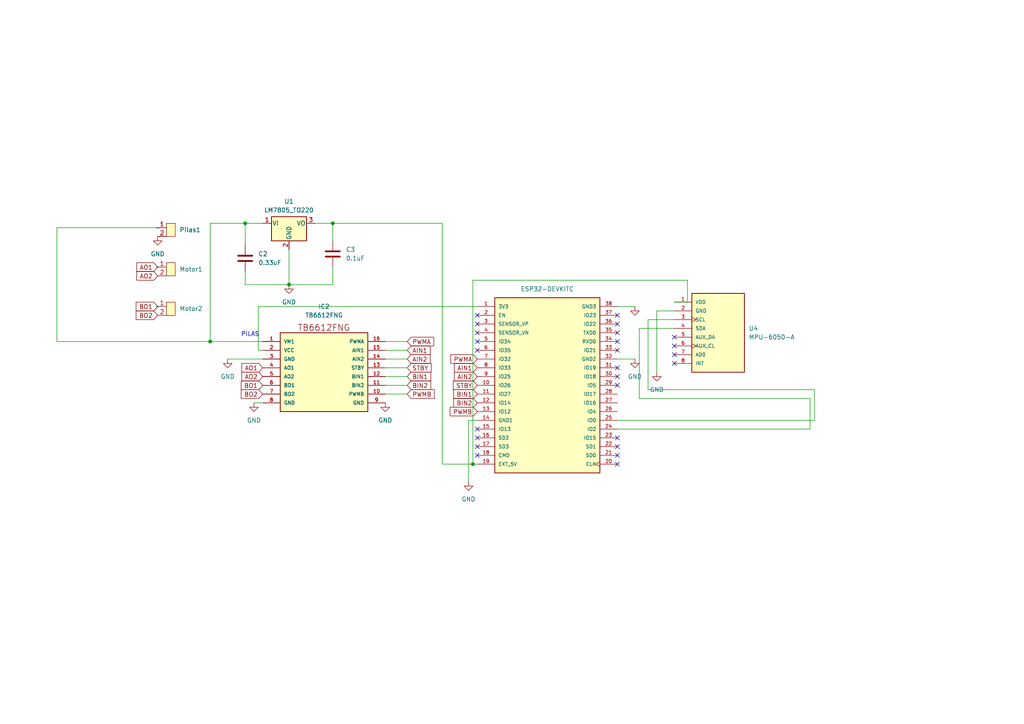
<source format=kicad_sch>
(kicad_sch
	(version 20250114)
	(generator "eeschema")
	(generator_version "9.0")
	(uuid "efb3785d-97dd-4c84-bd5b-f8cfd60b2cf2")
	(paper "A4")
	(lib_symbols
		(symbol "Device:C"
			(pin_numbers
				(hide yes)
			)
			(pin_names
				(offset 0.254)
			)
			(exclude_from_sim no)
			(in_bom yes)
			(on_board yes)
			(property "Reference" "C"
				(at 0.635 2.54 0)
				(effects
					(font
						(size 1.27 1.27)
					)
					(justify left)
				)
			)
			(property "Value" "C"
				(at 0.635 -2.54 0)
				(effects
					(font
						(size 1.27 1.27)
					)
					(justify left)
				)
			)
			(property "Footprint" ""
				(at 0.9652 -3.81 0)
				(effects
					(font
						(size 1.27 1.27)
					)
					(hide yes)
				)
			)
			(property "Datasheet" "~"
				(at 0 0 0)
				(effects
					(font
						(size 1.27 1.27)
					)
					(hide yes)
				)
			)
			(property "Description" "Unpolarized capacitor"
				(at 0 0 0)
				(effects
					(font
						(size 1.27 1.27)
					)
					(hide yes)
				)
			)
			(property "ki_keywords" "cap capacitor"
				(at 0 0 0)
				(effects
					(font
						(size 1.27 1.27)
					)
					(hide yes)
				)
			)
			(property "ki_fp_filters" "C_*"
				(at 0 0 0)
				(effects
					(font
						(size 1.27 1.27)
					)
					(hide yes)
				)
			)
			(symbol "C_0_1"
				(polyline
					(pts
						(xy -2.032 0.762) (xy 2.032 0.762)
					)
					(stroke
						(width 0.508)
						(type default)
					)
					(fill
						(type none)
					)
				)
				(polyline
					(pts
						(xy -2.032 -0.762) (xy 2.032 -0.762)
					)
					(stroke
						(width 0.508)
						(type default)
					)
					(fill
						(type none)
					)
				)
			)
			(symbol "C_1_1"
				(pin passive line
					(at 0 3.81 270)
					(length 2.794)
					(name "~"
						(effects
							(font
								(size 1.27 1.27)
							)
						)
					)
					(number "1"
						(effects
							(font
								(size 1.27 1.27)
							)
						)
					)
				)
				(pin passive line
					(at 0 -3.81 90)
					(length 2.794)
					(name "~"
						(effects
							(font
								(size 1.27 1.27)
							)
						)
					)
					(number "2"
						(effects
							(font
								(size 1.27 1.27)
							)
						)
					)
				)
			)
			(embedded_fonts no)
		)
		(symbol "MPU-6050-A_1"
			(pin_names
				(offset 1.016)
			)
			(exclude_from_sim no)
			(in_bom yes)
			(on_board yes)
			(property "Reference" "U"
				(at -12.7 21.082 0)
				(effects
					(font
						(size 1.27 1.27)
					)
					(justify left bottom)
				)
			)
			(property "Value" "MPU-6050-A"
				(at -12.7 -22.86 0)
				(effects
					(font
						(size 1.27 1.27)
					)
					(justify left bottom)
				)
			)
			(property "Footprint" "MPU-6050-A:QFN50P400X400X95-24N"
				(at 0 25.4 0)
				(effects
					(font
						(size 1.27 1.27)
					)
					(justify bottom)
					(hide yes)
				)
			)
			(property "Datasheet" ""
				(at 0 0 0)
				(effects
					(font
						(size 1.27 1.27)
					)
					(hide yes)
				)
			)
			(property "Description" ""
				(at 0 0 0)
				(effects
					(font
						(size 1.27 1.27)
					)
					(justify bottom)
					(hide yes)
				)
			)
			(property "MF" "TDK InvenSense"
				(at 0 0 0)
				(effects
					(font
						(size 1.27 1.27)
					)
					(justify bottom)
					(hide yes)
				)
			)
			(property "MAXIMUM_PACKAGE_HEIGHT" "0.95mm"
				(at 0 0 0)
				(effects
					(font
						(size 1.27 1.27)
					)
					(justify bottom)
					(hide yes)
				)
			)
			(property "Package" "None"
				(at 0 0 0)
				(effects
					(font
						(size 1.27 1.27)
					)
					(justify bottom)
					(hide yes)
				)
			)
			(property "Price" "None"
				(at 0 0 0)
				(effects
					(font
						(size 1.27 1.27)
					)
					(justify bottom)
					(hide yes)
				)
			)
			(property "Check_prices" "https://www.snapeda.com/parts/MPU-6050-A/InvenSense/view-part/?ref=eda"
				(at -2.54 -27.94 0)
				(effects
					(font
						(size 1.27 1.27)
					)
					(justify bottom)
					(hide yes)
				)
			)
			(property "STANDARD" "IPC-7351B"
				(at 0 0 0)
				(effects
					(font
						(size 1.27 1.27)
					)
					(justify bottom)
					(hide yes)
				)
			)
			(property "PARTREV" "3.4"
				(at 0 0 0)
				(effects
					(font
						(size 1.27 1.27)
					)
					(justify bottom)
					(hide yes)
				)
			)
			(property "SnapEDA_Link" "https://www.snapeda.com/parts/MPU-6050-A/InvenSense/view-part/?ref=snap"
				(at -2.54 -27.94 0)
				(effects
					(font
						(size 1.27 1.27)
					)
					(justify bottom)
					(hide yes)
				)
			)
			(property "MP" "MPU-6050-A"
				(at 0 0 0)
				(effects
					(font
						(size 1.27 1.27)
					)
					(justify bottom)
					(hide yes)
				)
			)
			(property "Availability" "Not in stock"
				(at 0 0 0)
				(effects
					(font
						(size 1.27 1.27)
					)
					(justify bottom)
					(hide yes)
				)
			)
			(property "MANUFACTURER" "InvenSense"
				(at 0 0 0)
				(effects
					(font
						(size 1.27 1.27)
					)
					(justify bottom)
					(hide yes)
				)
			)
			(symbol "MPU-6050-A_1_0_0"
				(rectangle
					(start -12.7 17.78)
					(end 2.54 -5.08)
					(stroke
						(width 0.254)
						(type default)
					)
					(fill
						(type background)
					)
				)
				(pin power_in line
					(at -17.78 15.24 0)
					(length 5.08)
					(name "VDD"
						(effects
							(font
								(size 1.016 1.016)
							)
						)
					)
					(number "1"
						(effects
							(font
								(size 1.016 1.016)
							)
						)
					)
				)
				(pin power_in line
					(at -17.78 12.7 0)
					(length 5.08)
					(name "GND"
						(effects
							(font
								(size 1.016 1.016)
							)
						)
					)
					(number "2"
						(effects
							(font
								(size 1.016 1.016)
							)
						)
					)
				)
				(pin input clock
					(at -17.78 10.16 0)
					(length 5.08)
					(name "SCL"
						(effects
							(font
								(size 1.016 1.016)
							)
						)
					)
					(number "3"
						(effects
							(font
								(size 1.016 1.016)
							)
						)
					)
				)
				(pin bidirectional line
					(at -17.78 7.62 0)
					(length 5.08)
					(name "SDA"
						(effects
							(font
								(size 1.016 1.016)
							)
						)
					)
					(number "4"
						(effects
							(font
								(size 1.016 1.016)
							)
						)
					)
				)
				(pin bidirectional line
					(at -17.78 5.08 0)
					(length 5.08)
					(name "AUX_DA"
						(effects
							(font
								(size 1.016 1.016)
							)
						)
					)
					(number "5"
						(effects
							(font
								(size 1.016 1.016)
							)
						)
					)
				)
				(pin output clock
					(at -17.78 2.54 0)
					(length 5.08)
					(name "AUX_CL"
						(effects
							(font
								(size 1.016 1.016)
							)
						)
					)
					(number "6"
						(effects
							(font
								(size 1.016 1.016)
							)
						)
					)
				)
				(pin input line
					(at -17.78 0 0)
					(length 5.08)
					(name "AD0"
						(effects
							(font
								(size 1.016 1.016)
							)
						)
					)
					(number "7"
						(effects
							(font
								(size 1.016 1.016)
							)
						)
					)
				)
				(pin output line
					(at -17.78 -2.54 0)
					(length 5.08)
					(name "INT"
						(effects
							(font
								(size 1.016 1.016)
							)
						)
					)
					(number "8"
						(effects
							(font
								(size 1.016 1.016)
							)
						)
					)
				)
			)
			(embedded_fonts no)
		)
		(symbol "Mi_Libreria:Conector_doble"
			(exclude_from_sim no)
			(in_bom yes)
			(on_board yes)
			(property "Reference" "U"
				(at 0 0 0)
				(effects
					(font
						(size 1.27 1.27)
					)
				)
			)
			(property "Value" ""
				(at 0 0 0)
				(effects
					(font
						(size 1.27 1.27)
					)
				)
			)
			(property "Footprint" ""
				(at 0 0 0)
				(effects
					(font
						(size 1.27 1.27)
					)
					(hide yes)
				)
			)
			(property "Datasheet" ""
				(at 0 0 0)
				(effects
					(font
						(size 1.27 1.27)
					)
					(hide yes)
				)
			)
			(property "Description" ""
				(at 0 0 0)
				(effects
					(font
						(size 1.27 1.27)
					)
					(hide yes)
				)
			)
			(symbol "Conector_doble_1_1"
				(rectangle
					(start 2.54 1.27)
					(end 5.08 -2.54)
					(stroke
						(width 0)
						(type default)
					)
					(fill
						(type background)
					)
				)
				(pin bidirectional line
					(at 0 0 0)
					(length 2.54)
					(name ""
						(effects
							(font
								(size 1.27 1.27)
							)
						)
					)
					(number "1"
						(effects
							(font
								(size 1.27 1.27)
							)
						)
					)
				)
				(pin bidirectional line
					(at 0 -2.54 0)
					(length 2.54)
					(name ""
						(effects
							(font
								(size 1.27 1.27)
							)
						)
					)
					(number "2"
						(effects
							(font
								(size 1.27 1.27)
							)
						)
					)
				)
			)
			(embedded_fonts no)
		)
		(symbol "Mi_Libreria:ESP32-DEVKITC"
			(pin_names
				(offset 1.016)
			)
			(exclude_from_sim no)
			(in_bom yes)
			(on_board yes)
			(property "Reference" "U"
				(at -15.2572 26.0643 0)
				(effects
					(font
						(size 1.27 1.27)
					)
					(justify left bottom)
				)
			)
			(property "Value" "ESP32-DEVKITC"
				(at -15.2563 -27.9698 0)
				(effects
					(font
						(size 1.27 1.27)
					)
					(justify left bottom)
				)
			)
			(property "Footprint" "ESP32-DEVKITC:MODULE_ESP32-DEVKITC"
				(at 0 0 0)
				(effects
					(font
						(size 1.27 1.27)
					)
					(justify bottom)
					(hide yes)
				)
			)
			(property "Datasheet" ""
				(at 0 0 0)
				(effects
					(font
						(size 1.27 1.27)
					)
					(hide yes)
				)
			)
			(property "Description" "ESP32-WROOM-32UE series Transceiver; 802.11 b/g/n (Wi-Fi, WiFi, WLAN), Bluetooth ® Smart Ready 4.x Dual Mode Evaluation Board"
				(at 0 31.75 0)
				(effects
					(font
						(size 1.27 1.27)
					)
					(justify bottom)
				)
			)
			(property "MF" "Espressif Systems"
				(at 0 0 0)
				(effects
					(font
						(size 1.27 1.27)
					)
					(justify bottom)
					(hide yes)
				)
			)
			(property "Package" "None"
				(at 0 0 0)
				(effects
					(font
						(size 1.27 1.27)
					)
					(justify bottom)
					(hide yes)
				)
			)
			(property "Price" "None"
				(at 0 0 0)
				(effects
					(font
						(size 1.27 1.27)
					)
					(justify bottom)
					(hide yes)
				)
			)
			(property "Check_prices" "https://www.snapeda.com/parts/ESP32-DEVKITC/Espressif+Systems/view-part/?ref=eda"
				(at -1.27 -36.83 0)
				(effects
					(font
						(size 1.27 1.27)
					)
					(justify bottom)
				)
			)
			(property "STANDARD" "Manufacturer Recommendations"
				(at 0 0 0)
				(effects
					(font
						(size 1.27 1.27)
					)
					(justify bottom)
					(hide yes)
				)
			)
			(property "PARTREV" "N/A"
				(at 0 0 0)
				(effects
					(font
						(size 1.27 1.27)
					)
					(justify bottom)
					(hide yes)
				)
			)
			(property "SnapEDA_Link" "https://www.snapeda.com/parts/ESP32-DEVKITC/Espressif+Systems/view-part/?ref=snap"
				(at -1.27 -36.83 0)
				(effects
					(font
						(size 1.27 1.27)
					)
					(justify bottom)
				)
			)
			(property "MP" "ESP32-DEVKITC"
				(at 0 2.54 0)
				(effects
					(font
						(size 1.27 1.27)
					)
					(justify bottom)
					(hide yes)
				)
			)
			(property "Availability" "In Stock"
				(at 0 0 0)
				(effects
					(font
						(size 1.27 1.27)
					)
					(justify bottom)
					(hide yes)
				)
			)
			(property "MANUFACTURER" "ESPRESSIF"
				(at 0 0 0)
				(effects
					(font
						(size 1.27 1.27)
					)
					(justify bottom)
					(hide yes)
				)
			)
			(symbol "ESP32-DEVKITC_0_0"
				(rectangle
					(start -15.24 25.4)
					(end 15.24 -25.4)
					(stroke
						(width 0.254)
						(type default)
					)
					(fill
						(type background)
					)
				)
				(pin power_in line
					(at -20.32 22.86 0)
					(length 5.08)
					(name "3V3"
						(effects
							(font
								(size 1.016 1.016)
							)
						)
					)
					(number "1"
						(effects
							(font
								(size 1.016 1.016)
							)
						)
					)
				)
				(pin input line
					(at -20.32 20.32 0)
					(length 5.08)
					(name "EN"
						(effects
							(font
								(size 1.016 1.016)
							)
						)
					)
					(number "2"
						(effects
							(font
								(size 1.016 1.016)
							)
						)
					)
				)
				(pin input line
					(at -20.32 17.78 0)
					(length 5.08)
					(name "SENSOR_VP"
						(effects
							(font
								(size 1.016 1.016)
							)
						)
					)
					(number "3"
						(effects
							(font
								(size 1.016 1.016)
							)
						)
					)
				)
				(pin input line
					(at -20.32 15.24 0)
					(length 5.08)
					(name "SENSOR_VN"
						(effects
							(font
								(size 1.016 1.016)
							)
						)
					)
					(number "4"
						(effects
							(font
								(size 1.016 1.016)
							)
						)
					)
				)
				(pin bidirectional line
					(at -20.32 12.7 0)
					(length 5.08)
					(name "IO34"
						(effects
							(font
								(size 1.016 1.016)
							)
						)
					)
					(number "5"
						(effects
							(font
								(size 1.016 1.016)
							)
						)
					)
				)
				(pin bidirectional line
					(at -20.32 10.16 0)
					(length 5.08)
					(name "IO35"
						(effects
							(font
								(size 1.016 1.016)
							)
						)
					)
					(number "6"
						(effects
							(font
								(size 1.016 1.016)
							)
						)
					)
				)
				(pin bidirectional line
					(at -20.32 7.62 0)
					(length 5.08)
					(name "IO32"
						(effects
							(font
								(size 1.016 1.016)
							)
						)
					)
					(number "7"
						(effects
							(font
								(size 1.016 1.016)
							)
						)
					)
				)
				(pin bidirectional line
					(at -20.32 5.08 0)
					(length 5.08)
					(name "IO33"
						(effects
							(font
								(size 1.016 1.016)
							)
						)
					)
					(number "8"
						(effects
							(font
								(size 1.016 1.016)
							)
						)
					)
				)
				(pin bidirectional line
					(at -20.32 2.54 0)
					(length 5.08)
					(name "IO25"
						(effects
							(font
								(size 1.016 1.016)
							)
						)
					)
					(number "9"
						(effects
							(font
								(size 1.016 1.016)
							)
						)
					)
				)
				(pin bidirectional line
					(at -20.32 0 0)
					(length 5.08)
					(name "IO26"
						(effects
							(font
								(size 1.016 1.016)
							)
						)
					)
					(number "10"
						(effects
							(font
								(size 1.016 1.016)
							)
						)
					)
				)
				(pin bidirectional line
					(at -20.32 -2.54 0)
					(length 5.08)
					(name "IO27"
						(effects
							(font
								(size 1.016 1.016)
							)
						)
					)
					(number "11"
						(effects
							(font
								(size 1.016 1.016)
							)
						)
					)
				)
				(pin bidirectional line
					(at -20.32 -5.08 0)
					(length 5.08)
					(name "IO14"
						(effects
							(font
								(size 1.016 1.016)
							)
						)
					)
					(number "12"
						(effects
							(font
								(size 1.016 1.016)
							)
						)
					)
				)
				(pin bidirectional line
					(at -20.32 -7.62 0)
					(length 5.08)
					(name "IO12"
						(effects
							(font
								(size 1.016 1.016)
							)
						)
					)
					(number "13"
						(effects
							(font
								(size 1.016 1.016)
							)
						)
					)
				)
				(pin power_in line
					(at -20.32 -10.16 0)
					(length 5.08)
					(name "GND1"
						(effects
							(font
								(size 1.016 1.016)
							)
						)
					)
					(number "14"
						(effects
							(font
								(size 1.016 1.016)
							)
						)
					)
				)
				(pin bidirectional line
					(at -20.32 -12.7 0)
					(length 5.08)
					(name "IO13"
						(effects
							(font
								(size 1.016 1.016)
							)
						)
					)
					(number "15"
						(effects
							(font
								(size 1.016 1.016)
							)
						)
					)
				)
				(pin bidirectional line
					(at -20.32 -15.24 0)
					(length 5.08)
					(name "SD2"
						(effects
							(font
								(size 1.016 1.016)
							)
						)
					)
					(number "16"
						(effects
							(font
								(size 1.016 1.016)
							)
						)
					)
				)
				(pin bidirectional line
					(at -20.32 -17.78 0)
					(length 5.08)
					(name "SD3"
						(effects
							(font
								(size 1.016 1.016)
							)
						)
					)
					(number "17"
						(effects
							(font
								(size 1.016 1.016)
							)
						)
					)
				)
				(pin bidirectional line
					(at -20.32 -20.32 0)
					(length 5.08)
					(name "CMD"
						(effects
							(font
								(size 1.016 1.016)
							)
						)
					)
					(number "18"
						(effects
							(font
								(size 1.016 1.016)
							)
						)
					)
				)
				(pin power_in line
					(at -20.32 -22.86 0)
					(length 5.08)
					(name "EXT_5V"
						(effects
							(font
								(size 1.016 1.016)
							)
						)
					)
					(number "19"
						(effects
							(font
								(size 1.016 1.016)
							)
						)
					)
				)
				(pin power_in line
					(at 20.32 22.86 180)
					(length 5.08)
					(name "GND3"
						(effects
							(font
								(size 1.016 1.016)
							)
						)
					)
					(number "38"
						(effects
							(font
								(size 1.016 1.016)
							)
						)
					)
				)
				(pin bidirectional line
					(at 20.32 20.32 180)
					(length 5.08)
					(name "IO23"
						(effects
							(font
								(size 1.016 1.016)
							)
						)
					)
					(number "37"
						(effects
							(font
								(size 1.016 1.016)
							)
						)
					)
				)
				(pin bidirectional line
					(at 20.32 17.78 180)
					(length 5.08)
					(name "IO22"
						(effects
							(font
								(size 1.016 1.016)
							)
						)
					)
					(number "36"
						(effects
							(font
								(size 1.016 1.016)
							)
						)
					)
				)
				(pin output line
					(at 20.32 15.24 180)
					(length 5.08)
					(name "TXD0"
						(effects
							(font
								(size 1.016 1.016)
							)
						)
					)
					(number "35"
						(effects
							(font
								(size 1.016 1.016)
							)
						)
					)
				)
				(pin input line
					(at 20.32 12.7 180)
					(length 5.08)
					(name "RXD0"
						(effects
							(font
								(size 1.016 1.016)
							)
						)
					)
					(number "34"
						(effects
							(font
								(size 1.016 1.016)
							)
						)
					)
				)
				(pin bidirectional line
					(at 20.32 10.16 180)
					(length 5.08)
					(name "IO21"
						(effects
							(font
								(size 1.016 1.016)
							)
						)
					)
					(number "33"
						(effects
							(font
								(size 1.016 1.016)
							)
						)
					)
				)
				(pin power_in line
					(at 20.32 7.62 180)
					(length 5.08)
					(name "GND2"
						(effects
							(font
								(size 1.016 1.016)
							)
						)
					)
					(number "32"
						(effects
							(font
								(size 1.016 1.016)
							)
						)
					)
				)
				(pin bidirectional line
					(at 20.32 5.08 180)
					(length 5.08)
					(name "IO19"
						(effects
							(font
								(size 1.016 1.016)
							)
						)
					)
					(number "31"
						(effects
							(font
								(size 1.016 1.016)
							)
						)
					)
				)
				(pin bidirectional line
					(at 20.32 2.54 180)
					(length 5.08)
					(name "IO18"
						(effects
							(font
								(size 1.016 1.016)
							)
						)
					)
					(number "30"
						(effects
							(font
								(size 1.016 1.016)
							)
						)
					)
				)
				(pin bidirectional line
					(at 20.32 0 180)
					(length 5.08)
					(name "IO5"
						(effects
							(font
								(size 1.016 1.016)
							)
						)
					)
					(number "29"
						(effects
							(font
								(size 1.016 1.016)
							)
						)
					)
				)
				(pin bidirectional line
					(at 20.32 -2.54 180)
					(length 5.08)
					(name "IO17"
						(effects
							(font
								(size 1.016 1.016)
							)
						)
					)
					(number "28"
						(effects
							(font
								(size 1.016 1.016)
							)
						)
					)
				)
				(pin bidirectional line
					(at 20.32 -5.08 180)
					(length 5.08)
					(name "IO16"
						(effects
							(font
								(size 1.016 1.016)
							)
						)
					)
					(number "27"
						(effects
							(font
								(size 1.016 1.016)
							)
						)
					)
				)
				(pin bidirectional line
					(at 20.32 -7.62 180)
					(length 5.08)
					(name "IO4"
						(effects
							(font
								(size 1.016 1.016)
							)
						)
					)
					(number "26"
						(effects
							(font
								(size 1.016 1.016)
							)
						)
					)
				)
				(pin bidirectional line
					(at 20.32 -10.16 180)
					(length 5.08)
					(name "IO0"
						(effects
							(font
								(size 1.016 1.016)
							)
						)
					)
					(number "25"
						(effects
							(font
								(size 1.016 1.016)
							)
						)
					)
				)
				(pin bidirectional line
					(at 20.32 -12.7 180)
					(length 5.08)
					(name "IO2"
						(effects
							(font
								(size 1.016 1.016)
							)
						)
					)
					(number "24"
						(effects
							(font
								(size 1.016 1.016)
							)
						)
					)
				)
				(pin bidirectional line
					(at 20.32 -15.24 180)
					(length 5.08)
					(name "IO15"
						(effects
							(font
								(size 1.016 1.016)
							)
						)
					)
					(number "23"
						(effects
							(font
								(size 1.016 1.016)
							)
						)
					)
				)
				(pin bidirectional line
					(at 20.32 -17.78 180)
					(length 5.08)
					(name "SD1"
						(effects
							(font
								(size 1.016 1.016)
							)
						)
					)
					(number "22"
						(effects
							(font
								(size 1.016 1.016)
							)
						)
					)
				)
				(pin bidirectional line
					(at 20.32 -20.32 180)
					(length 5.08)
					(name "SD0"
						(effects
							(font
								(size 1.016 1.016)
							)
						)
					)
					(number "21"
						(effects
							(font
								(size 1.016 1.016)
							)
						)
					)
				)
				(pin input clock
					(at 20.32 -22.86 180)
					(length 5.08)
					(name "CLK"
						(effects
							(font
								(size 1.016 1.016)
							)
						)
					)
					(number "20"
						(effects
							(font
								(size 1.016 1.016)
							)
						)
					)
				)
			)
			(embedded_fonts no)
		)
		(symbol "Mi_Libreria:TB6612FNG"
			(pin_names
				(offset 1.016)
			)
			(exclude_from_sim no)
			(in_bom yes)
			(on_board yes)
			(property "Reference" "IC"
				(at -2.54 -25.4 0)
				(effects
					(font
						(size 1.27 1.27)
					)
					(justify left bottom)
				)
			)
			(property "Value" "TB6612FNG"
				(at 0 0 0)
				(effects
					(font
						(size 1.27 1.27)
					)
					(justify bottom)
				)
			)
			(property "Footprint" "TB6612FNG:SSOP24"
				(at 0 0 0)
				(effects
					(font
						(size 1.27 1.27)
					)
					(justify bottom)
					(hide yes)
				)
			)
			(property "Datasheet" ""
				(at 0 0 0)
				(effects
					(font
						(size 1.27 1.27)
					)
					(hide yes)
				)
			)
			(property "Description" "- Motor Driver Power MOSFET Parallel 24-SSOP"
				(at 0 -35.56 0)
				(effects
					(font
						(size 1.27 1.27)
					)
					(justify bottom)
					(hide yes)
				)
			)
			(property "MF" "Toshiba"
				(at 0 0 0)
				(effects
					(font
						(size 1.27 1.27)
					)
					(justify bottom)
					(hide yes)
				)
			)
			(property "Package" "None"
				(at 0 0 0)
				(effects
					(font
						(size 1.27 1.27)
					)
					(justify bottom)
					(hide yes)
				)
			)
			(property "Price" "None"
				(at 0 0 0)
				(effects
					(font
						(size 1.27 1.27)
					)
					(justify bottom)
					(hide yes)
				)
			)
			(property "SnapEDA_Link" "https://www.snapeda.com/parts/TB6612FNG/Toshiba/view-part/?ref=snap"
				(at 0 -35.56 0)
				(effects
					(font
						(size 1.27 1.27)
					)
					(justify bottom)
					(hide yes)
				)
			)
			(property "MP" "TB6612FNG"
				(at 0 0 0)
				(effects
					(font
						(size 1.27 1.27)
					)
					(justify bottom)
					(hide yes)
				)
			)
			(property "Purchase-URL" "https://www.snapeda.com/api/url_track_click_mouser/?unipart_id=6765825&manufacturer=Toshiba&part_name=TB6612FNG&search_term=tb6612fng"
				(at 0 -35.56 0)
				(effects
					(font
						(size 1.27 1.27)
					)
					(justify bottom)
					(hide yes)
				)
			)
			(property "Availability" "In Stock"
				(at 0 0 0)
				(effects
					(font
						(size 1.27 1.27)
					)
					(justify bottom)
					(hide yes)
				)
			)
			(property "Check_prices" "https://www.snapeda.com/parts/TB6612FNG/Toshiba/view-part/?ref=eda"
				(at 0 -35.56 0)
				(effects
					(font
						(size 1.27 1.27)
					)
					(justify bottom)
					(hide yes)
				)
			)
			(symbol "TB6612FNG_0_0"
				(rectangle
					(start -12.7 20.32)
					(end 12.7 -2.54)
					(stroke
						(width 0.254)
						(type default)
					)
					(fill
						(type background)
					)
				)
				(text "TB6612FNG"
					(at 7.62 22.86 0)
					(effects
						(font
							(size 1.778 1.778)
						)
						(justify right top)
					)
				)
				(pin power_in line
					(at -17.78 17.78 0)
					(length 5.08)
					(name "VM1"
						(effects
							(font
								(size 1.016 1.016)
							)
						)
					)
					(number "1"
						(effects
							(font
								(size 1.016 1.016)
							)
						)
					)
				)
				(pin power_in line
					(at -17.78 15.24 0)
					(length 5.08)
					(name "VCC"
						(effects
							(font
								(size 1.016 1.016)
							)
						)
					)
					(number "2"
						(effects
							(font
								(size 1.016 1.016)
							)
						)
					)
				)
				(pin power_in line
					(at -17.78 12.7 0)
					(length 5.08)
					(name "GND"
						(effects
							(font
								(size 1.016 1.016)
							)
						)
					)
					(number "3"
						(effects
							(font
								(size 1.016 1.016)
							)
						)
					)
				)
				(pin output line
					(at -17.78 10.16 0)
					(length 5.08)
					(name "AO1"
						(effects
							(font
								(size 1.016 1.016)
							)
						)
					)
					(number "4"
						(effects
							(font
								(size 1.016 1.016)
							)
						)
					)
				)
				(pin output line
					(at -17.78 7.62 0)
					(length 5.08)
					(name "AO2"
						(effects
							(font
								(size 1.016 1.016)
							)
						)
					)
					(number "5"
						(effects
							(font
								(size 1.016 1.016)
							)
						)
					)
				)
				(pin output line
					(at -17.78 5.08 0)
					(length 5.08)
					(name "BO1"
						(effects
							(font
								(size 1.016 1.016)
							)
						)
					)
					(number "6"
						(effects
							(font
								(size 1.016 1.016)
							)
						)
					)
				)
				(pin output line
					(at -17.78 2.54 0)
					(length 5.08)
					(name "BO2"
						(effects
							(font
								(size 1.016 1.016)
							)
						)
					)
					(number "7"
						(effects
							(font
								(size 1.016 1.016)
							)
						)
					)
				)
				(pin power_in line
					(at -17.78 0 0)
					(length 5.08)
					(name "GND"
						(effects
							(font
								(size 1.016 1.016)
							)
						)
					)
					(number "8"
						(effects
							(font
								(size 1.016 1.016)
							)
						)
					)
				)
			)
			(symbol "TB6612FNG_1_0"
				(pin input line
					(at 17.78 17.78 180)
					(length 5.08)
					(name "PWMA"
						(effects
							(font
								(size 1.016 1.016)
							)
						)
					)
					(number "16"
						(effects
							(font
								(size 1.016 1.016)
							)
						)
					)
				)
				(pin input line
					(at 17.78 15.24 180)
					(length 5.08)
					(name "AIN1"
						(effects
							(font
								(size 1.016 1.016)
							)
						)
					)
					(number "15"
						(effects
							(font
								(size 1.016 1.016)
							)
						)
					)
				)
				(pin input line
					(at 17.78 12.7 180)
					(length 5.08)
					(name "AIN2"
						(effects
							(font
								(size 1.016 1.016)
							)
						)
					)
					(number "14"
						(effects
							(font
								(size 1.016 1.016)
							)
						)
					)
				)
				(pin input line
					(at 17.78 10.16 180)
					(length 5.08)
					(name "STBY"
						(effects
							(font
								(size 1.016 1.016)
							)
						)
					)
					(number "13"
						(effects
							(font
								(size 1.016 1.016)
							)
						)
					)
				)
				(pin input line
					(at 17.78 7.62 180)
					(length 5.08)
					(name "BIN1"
						(effects
							(font
								(size 1.016 1.016)
							)
						)
					)
					(number "12"
						(effects
							(font
								(size 1.016 1.016)
							)
						)
					)
				)
				(pin input line
					(at 17.78 5.08 180)
					(length 5.08)
					(name "BIN2"
						(effects
							(font
								(size 1.016 1.016)
							)
						)
					)
					(number "11"
						(effects
							(font
								(size 1.016 1.016)
							)
						)
					)
				)
				(pin input line
					(at 17.78 2.54 180)
					(length 5.08)
					(name "PWMB"
						(effects
							(font
								(size 1.016 1.016)
							)
						)
					)
					(number "10"
						(effects
							(font
								(size 1.016 1.016)
							)
						)
					)
				)
				(pin power_in line
					(at 17.78 0 180)
					(length 5.08)
					(name "GND"
						(effects
							(font
								(size 1.016 1.016)
							)
						)
					)
					(number "9"
						(effects
							(font
								(size 1.016 1.016)
							)
						)
					)
				)
			)
			(embedded_fonts no)
		)
		(symbol "Regulator_Linear:LM7805_TO220"
			(pin_names
				(offset 0.254)
			)
			(exclude_from_sim no)
			(in_bom yes)
			(on_board yes)
			(property "Reference" "U"
				(at -3.81 3.175 0)
				(effects
					(font
						(size 1.27 1.27)
					)
				)
			)
			(property "Value" "LM7805_TO220"
				(at 0 3.175 0)
				(effects
					(font
						(size 1.27 1.27)
					)
					(justify left)
				)
			)
			(property "Footprint" "Package_TO_SOT_THT:TO-220-3_Vertical"
				(at 0 5.715 0)
				(effects
					(font
						(size 1.27 1.27)
						(italic yes)
					)
					(hide yes)
				)
			)
			(property "Datasheet" "https://www.onsemi.cn/PowerSolutions/document/MC7800-D.PDF"
				(at 0 -1.27 0)
				(effects
					(font
						(size 1.27 1.27)
					)
					(hide yes)
				)
			)
			(property "Description" "Positive 1A 35V Linear Regulator, Fixed Output 5V, TO-220"
				(at 0 0 0)
				(effects
					(font
						(size 1.27 1.27)
					)
					(hide yes)
				)
			)
			(property "ki_keywords" "Voltage Regulator 1A Positive"
				(at 0 0 0)
				(effects
					(font
						(size 1.27 1.27)
					)
					(hide yes)
				)
			)
			(property "ki_fp_filters" "TO?220*"
				(at 0 0 0)
				(effects
					(font
						(size 1.27 1.27)
					)
					(hide yes)
				)
			)
			(symbol "LM7805_TO220_0_1"
				(rectangle
					(start -5.08 1.905)
					(end 5.08 -5.08)
					(stroke
						(width 0.254)
						(type default)
					)
					(fill
						(type background)
					)
				)
			)
			(symbol "LM7805_TO220_1_1"
				(pin power_in line
					(at -7.62 0 0)
					(length 2.54)
					(name "VI"
						(effects
							(font
								(size 1.27 1.27)
							)
						)
					)
					(number "1"
						(effects
							(font
								(size 1.27 1.27)
							)
						)
					)
				)
				(pin power_in line
					(at 0 -7.62 90)
					(length 2.54)
					(name "GND"
						(effects
							(font
								(size 1.27 1.27)
							)
						)
					)
					(number "2"
						(effects
							(font
								(size 1.27 1.27)
							)
						)
					)
				)
				(pin power_out line
					(at 7.62 0 180)
					(length 2.54)
					(name "VO"
						(effects
							(font
								(size 1.27 1.27)
							)
						)
					)
					(number "3"
						(effects
							(font
								(size 1.27 1.27)
							)
						)
					)
				)
			)
			(embedded_fonts no)
		)
		(symbol "power:GND"
			(power)
			(pin_names
				(offset 0)
			)
			(exclude_from_sim no)
			(in_bom yes)
			(on_board yes)
			(property "Reference" "#PWR"
				(at 0 -6.35 0)
				(effects
					(font
						(size 1.27 1.27)
					)
					(hide yes)
				)
			)
			(property "Value" "GND"
				(at 0 -3.81 0)
				(effects
					(font
						(size 1.27 1.27)
					)
				)
			)
			(property "Footprint" ""
				(at 0 0 0)
				(effects
					(font
						(size 1.27 1.27)
					)
					(hide yes)
				)
			)
			(property "Datasheet" ""
				(at 0 0 0)
				(effects
					(font
						(size 1.27 1.27)
					)
					(hide yes)
				)
			)
			(property "Description" "Power symbol creates a global label with name \"GND\" , ground"
				(at 0 0 0)
				(effects
					(font
						(size 1.27 1.27)
					)
					(hide yes)
				)
			)
			(property "ki_keywords" "global power"
				(at 0 0 0)
				(effects
					(font
						(size 1.27 1.27)
					)
					(hide yes)
				)
			)
			(symbol "GND_0_1"
				(polyline
					(pts
						(xy 0 0) (xy 0 -1.27) (xy 1.27 -1.27) (xy 0 -2.54) (xy -1.27 -1.27) (xy 0 -1.27)
					)
					(stroke
						(width 0)
						(type default)
					)
					(fill
						(type none)
					)
				)
			)
			(symbol "GND_1_1"
				(pin power_in line
					(at 0 0 270)
					(length 0)
					(hide yes)
					(name "GND"
						(effects
							(font
								(size 1.27 1.27)
							)
						)
					)
					(number "1"
						(effects
							(font
								(size 1.27 1.27)
							)
						)
					)
				)
			)
			(embedded_fonts no)
		)
	)
	(text "PILAS"
		(exclude_from_sim no)
		(at 69.85 97.79 0)
		(effects
			(font
				(size 1.27 1.27)
			)
			(justify left bottom)
		)
		(uuid "afbacb55-7a12-4aef-bf4e-1bba4e772107")
	)
	(junction
		(at 60.96 99.06)
		(diameter 0)
		(color 0 0 0 0)
		(uuid "114104f9-0ebe-4567-b1c9-8362252b1217")
	)
	(junction
		(at 83.82 82.55)
		(diameter 0)
		(color 0 0 0 0)
		(uuid "88ec5e9f-a995-4460-a2fa-3a31996a6483")
	)
	(junction
		(at 71.12 64.77)
		(diameter 0)
		(color 0 0 0 0)
		(uuid "b8352e3f-7940-4c14-b3c3-89f2a84faa2d")
	)
	(junction
		(at 137.16 134.62)
		(diameter 0)
		(color 0 0 0 0)
		(uuid "bc33cffc-cf77-4270-942b-59141f01114b")
	)
	(junction
		(at 96.52 64.77)
		(diameter 0)
		(color 0 0 0 0)
		(uuid "ee505762-0842-4d0f-a97a-d4780f8f6165")
	)
	(no_connect
		(at 138.43 99.06)
		(uuid "158c5129-4506-44f7-b91a-ec75b8a66a28")
	)
	(no_connect
		(at 195.58 105.41)
		(uuid "2beb3fbe-5c46-48a9-b836-c7c191f6ab0c")
	)
	(no_connect
		(at 179.07 129.54)
		(uuid "4523d6ee-2140-41aa-b992-55a0a6b82096")
	)
	(no_connect
		(at 179.07 127)
		(uuid "4e3bd44e-42b2-4742-b569-45cb05717850")
	)
	(no_connect
		(at 179.07 106.68)
		(uuid "64800f26-fd3f-40f8-9363-981b5738e67e")
	)
	(no_connect
		(at 195.58 97.79)
		(uuid "69c8c361-db31-4964-8ab6-db310e9e3504")
	)
	(no_connect
		(at 138.43 91.44)
		(uuid "6d020aaa-ed09-4de7-a93e-0a454d5e80b4")
	)
	(no_connect
		(at 179.07 101.6)
		(uuid "7d42957a-2eb8-4b74-bc90-c5e1cc90cfa9")
	)
	(no_connect
		(at 195.58 102.87)
		(uuid "84ffb870-74c6-47b3-8745-0b30439495e2")
	)
	(no_connect
		(at 138.43 132.08)
		(uuid "87e86a74-e1d0-4387-ad92-65edefd85d96")
	)
	(no_connect
		(at 179.07 134.62)
		(uuid "8c5eb077-00d5-4275-8744-16473e64fc76")
	)
	(no_connect
		(at 179.07 132.08)
		(uuid "904919dc-fb09-4dc0-afa7-85976d3a9cb1")
	)
	(no_connect
		(at 179.07 111.76)
		(uuid "98b9cf43-7c9a-4ebe-8577-4f5bafe39a10")
	)
	(no_connect
		(at 179.07 91.44)
		(uuid "9b42604d-c30d-4a64-823e-05dc069788fe")
	)
	(no_connect
		(at 138.43 124.46)
		(uuid "9ff1c3d8-8643-4056-a84c-a46129f69216")
	)
	(no_connect
		(at 138.43 93.98)
		(uuid "a583e13f-e730-41af-8542-8694e26f57f0")
	)
	(no_connect
		(at 138.43 101.6)
		(uuid "aa0de381-8f9e-41b9-9da0-bfacc5230570")
	)
	(no_connect
		(at 179.07 96.52)
		(uuid "bc83528e-d5d0-4e2c-9b98-cbf691df3896")
	)
	(no_connect
		(at 138.43 127)
		(uuid "bf81d5e1-7f87-4b49-8957-60359a36e118")
	)
	(no_connect
		(at 179.07 109.22)
		(uuid "c9b12117-a37e-45f8-91fb-efd4c4d1a7f7")
	)
	(no_connect
		(at 195.58 100.33)
		(uuid "e24406f7-d5f2-43e3-983f-0facc5edf8a9")
	)
	(no_connect
		(at 179.07 99.06)
		(uuid "e3d70d0c-d4b2-48c1-99ab-8fe8b6757b64")
	)
	(no_connect
		(at 138.43 129.54)
		(uuid "f0a2f730-55f8-46b6-b470-e9fefeac7c85")
	)
	(no_connect
		(at 179.07 93.98)
		(uuid "fedbc8a0-d81e-4d3a-a737-862ecfdca74c")
	)
	(no_connect
		(at 138.43 96.52)
		(uuid "ffef6117-d99a-40bf-89a2-c1fd83ccfdd8")
	)
	(wire
		(pts
			(xy 179.07 88.9) (xy 184.15 88.9)
		)
		(stroke
			(width 0)
			(type default)
		)
		(uuid "035092bd-d61f-4553-8a16-304ab4eb89c9")
	)
	(wire
		(pts
			(xy 74.93 101.6) (xy 76.2 101.6)
		)
		(stroke
			(width 0)
			(type default)
		)
		(uuid "07f2284e-44d4-4183-8507-98352e860e3d")
	)
	(wire
		(pts
			(xy 71.12 64.77) (xy 76.2 64.77)
		)
		(stroke
			(width 0)
			(type default)
		)
		(uuid "0cb2669a-c405-4522-b8b6-5c8739eba837")
	)
	(wire
		(pts
			(xy 16.51 66.04) (xy 45.72 66.04)
		)
		(stroke
			(width 0)
			(type default)
		)
		(uuid "0e62a8f8-1bf5-40f3-ab34-9ccd56382485")
	)
	(wire
		(pts
			(xy 118.11 109.22) (xy 111.76 109.22)
		)
		(stroke
			(width 0)
			(type default)
		)
		(uuid "1525074d-0b0a-43fd-b213-b44c7fff1f24")
	)
	(wire
		(pts
			(xy 96.52 64.77) (xy 128.27 64.77)
		)
		(stroke
			(width 0)
			(type default)
		)
		(uuid "15b691fb-ea7c-4573-9ca5-2e4ebd86a56e")
	)
	(wire
		(pts
			(xy 73.66 116.84) (xy 76.2 116.84)
		)
		(stroke
			(width 0)
			(type default)
		)
		(uuid "16e1d2e6-3600-43cb-b692-73bf25fe35fd")
	)
	(wire
		(pts
			(xy 190.5 90.17) (xy 190.5 107.95)
		)
		(stroke
			(width 0)
			(type default)
		)
		(uuid "2189591d-4661-4cc8-bec4-c888bda7f986")
	)
	(wire
		(pts
			(xy 66.04 104.14) (xy 76.2 104.14)
		)
		(stroke
			(width 0)
			(type default)
		)
		(uuid "26cddd72-0434-4206-8bce-a2b7e6bebd97")
	)
	(wire
		(pts
			(xy 96.52 64.77) (xy 91.44 64.77)
		)
		(stroke
			(width 0)
			(type default)
		)
		(uuid "272b0f06-78cf-44ab-a996-bd19a93b4b6c")
	)
	(wire
		(pts
			(xy 185.42 95.25) (xy 195.58 95.25)
		)
		(stroke
			(width 0)
			(type default)
		)
		(uuid "2fdec903-b647-4973-a2d8-1ba8431778ca")
	)
	(wire
		(pts
			(xy 137.16 134.62) (xy 138.43 134.62)
		)
		(stroke
			(width 0)
			(type default)
		)
		(uuid "300e6d49-9ed5-4464-bb1e-382929ba30d5")
	)
	(wire
		(pts
			(xy 118.11 111.76) (xy 111.76 111.76)
		)
		(stroke
			(width 0)
			(type default)
		)
		(uuid "302c1aba-bf15-4b2f-9d0d-7bba19652c5e")
	)
	(wire
		(pts
			(xy 83.82 72.39) (xy 83.82 82.55)
		)
		(stroke
			(width 0)
			(type default)
		)
		(uuid "306df6a3-98ef-4cc9-82df-3c3598ca28bb")
	)
	(wire
		(pts
			(xy 71.12 64.77) (xy 71.12 71.12)
		)
		(stroke
			(width 0)
			(type default)
		)
		(uuid "315b9441-e543-4881-9d9f-b18f210a611f")
	)
	(wire
		(pts
			(xy 71.12 64.77) (xy 60.96 64.77)
		)
		(stroke
			(width 0)
			(type default)
		)
		(uuid "33f593cd-98b4-44d0-8b7a-7b98ba1a74f3")
	)
	(wire
		(pts
			(xy 234.95 115.57) (xy 185.42 115.57)
		)
		(stroke
			(width 0)
			(type default)
		)
		(uuid "3823d029-f9a8-4bfb-975e-10aeb79f9291")
	)
	(wire
		(pts
			(xy 179.07 104.14) (xy 184.15 104.14)
		)
		(stroke
			(width 0)
			(type default)
		)
		(uuid "39ae95eb-11e9-4251-a3e7-401a8f98aef9")
	)
	(wire
		(pts
			(xy 234.95 115.57) (xy 234.95 124.46)
		)
		(stroke
			(width 0)
			(type default)
		)
		(uuid "402eb1f2-8a49-4cb2-869b-6e0bd0e6bec9")
	)
	(wire
		(pts
			(xy 135.89 121.92) (xy 135.89 139.7)
		)
		(stroke
			(width 0)
			(type default)
		)
		(uuid "41ae4432-0428-40fd-954a-999e6f1ddb99")
	)
	(wire
		(pts
			(xy 187.96 92.71) (xy 195.58 92.71)
		)
		(stroke
			(width 0)
			(type default)
		)
		(uuid "49326e54-fa52-4f48-8236-692212d5aada")
	)
	(wire
		(pts
			(xy 199.39 81.28) (xy 137.16 81.28)
		)
		(stroke
			(width 0)
			(type default)
		)
		(uuid "5d39cc0b-cc8b-44cf-87ac-6f6d37b512d1")
	)
	(wire
		(pts
			(xy 74.93 88.9) (xy 74.93 101.6)
		)
		(stroke
			(width 0)
			(type default)
		)
		(uuid "5db27867-b5c0-47e5-8402-cdd3039ad5fc")
	)
	(wire
		(pts
			(xy 185.42 95.25) (xy 185.42 115.57)
		)
		(stroke
			(width 0)
			(type default)
		)
		(uuid "6c8a29c5-da8b-48ce-a6bd-96d2ef20f77a")
	)
	(wire
		(pts
			(xy 118.11 106.68) (xy 111.76 106.68)
		)
		(stroke
			(width 0)
			(type default)
		)
		(uuid "72a93c86-d7cf-43e0-873c-6ca4affb23c8")
	)
	(wire
		(pts
			(xy 83.82 82.55) (xy 96.52 82.55)
		)
		(stroke
			(width 0)
			(type default)
		)
		(uuid "744b2068-92a7-4581-9f90-8250dea07f84")
	)
	(wire
		(pts
			(xy 96.52 77.47) (xy 96.52 82.55)
		)
		(stroke
			(width 0)
			(type default)
		)
		(uuid "82d4ead6-d50b-425f-bf3a-3c5d732ab0e1")
	)
	(wire
		(pts
			(xy 60.96 99.06) (xy 76.2 99.06)
		)
		(stroke
			(width 0)
			(type default)
		)
		(uuid "87339215-a96f-420e-bcf9-b5fc8bf9c786")
	)
	(wire
		(pts
			(xy 138.43 121.92) (xy 135.89 121.92)
		)
		(stroke
			(width 0)
			(type default)
		)
		(uuid "8a4517df-dab3-4b2a-8337-5da84d1185c2")
	)
	(wire
		(pts
			(xy 96.52 64.77) (xy 96.52 69.85)
		)
		(stroke
			(width 0)
			(type default)
		)
		(uuid "9079e5b1-ea80-49d8-9471-6608db50f576")
	)
	(wire
		(pts
			(xy 236.22 113.03) (xy 236.22 121.92)
		)
		(stroke
			(width 0)
			(type default)
		)
		(uuid "94688e77-903d-4fe0-a4ce-986919238895")
	)
	(wire
		(pts
			(xy 74.93 88.9) (xy 138.43 88.9)
		)
		(stroke
			(width 0)
			(type default)
		)
		(uuid "94ee83ef-99f1-4061-80a7-6c268e6b82b6")
	)
	(wire
		(pts
			(xy 236.22 113.03) (xy 187.96 113.03)
		)
		(stroke
			(width 0)
			(type default)
		)
		(uuid "9883bd17-c216-4b02-84a0-314d7c7dc5c4")
	)
	(wire
		(pts
			(xy 187.96 92.71) (xy 187.96 113.03)
		)
		(stroke
			(width 0)
			(type default)
		)
		(uuid "9b242d51-3cf8-4379-be7c-f2e4abc4a32a")
	)
	(wire
		(pts
			(xy 60.96 64.77) (xy 60.96 99.06)
		)
		(stroke
			(width 0)
			(type default)
		)
		(uuid "a1bb0696-8130-40bc-bd63-17070cf66966")
	)
	(wire
		(pts
			(xy 118.11 101.6) (xy 111.76 101.6)
		)
		(stroke
			(width 0)
			(type default)
		)
		(uuid "a8d006ab-82d0-4b9d-ac43-ecedc3dc6d60")
	)
	(wire
		(pts
			(xy 16.51 99.06) (xy 16.51 66.04)
		)
		(stroke
			(width 0)
			(type default)
		)
		(uuid "a97df106-5a12-44eb-bcb0-2b6292cbdc4e")
	)
	(wire
		(pts
			(xy 71.12 78.74) (xy 71.12 82.55)
		)
		(stroke
			(width 0)
			(type default)
		)
		(uuid "add957b8-0574-43ca-92c2-c172d5a7f881")
	)
	(wire
		(pts
			(xy 137.16 81.28) (xy 137.16 134.62)
		)
		(stroke
			(width 0)
			(type default)
		)
		(uuid "b196d945-ad64-4b95-9152-74bb25ca02e8")
	)
	(wire
		(pts
			(xy 236.22 121.92) (xy 179.07 121.92)
		)
		(stroke
			(width 0)
			(type default)
		)
		(uuid "b33ac216-3a15-4670-bbb0-ccb73e0ae003")
	)
	(wire
		(pts
			(xy 118.11 114.3) (xy 111.76 114.3)
		)
		(stroke
			(width 0)
			(type default)
		)
		(uuid "b36e0fda-133a-442a-a0c7-939c4d41d145")
	)
	(wire
		(pts
			(xy 16.51 99.06) (xy 60.96 99.06)
		)
		(stroke
			(width 0)
			(type default)
		)
		(uuid "b7d28fe0-047b-4a5f-b752-399a1c2af09e")
	)
	(wire
		(pts
			(xy 118.11 99.06) (xy 111.76 99.06)
		)
		(stroke
			(width 0)
			(type default)
		)
		(uuid "c4744c39-15c0-4b08-b3b7-649297ed0e3a")
	)
	(wire
		(pts
			(xy 118.11 104.14) (xy 111.76 104.14)
		)
		(stroke
			(width 0)
			(type default)
		)
		(uuid "cc5cd8c1-1b76-4260-b78a-29a09bc64c0c")
	)
	(wire
		(pts
			(xy 71.12 82.55) (xy 83.82 82.55)
		)
		(stroke
			(width 0)
			(type default)
		)
		(uuid "d374ec9c-e1e4-4b64-9bec-10cee9a18f2e")
	)
	(wire
		(pts
			(xy 128.27 64.77) (xy 128.27 134.62)
		)
		(stroke
			(width 0)
			(type default)
		)
		(uuid "d3de4884-6c35-4047-9cd4-2043286a65ec")
	)
	(wire
		(pts
			(xy 195.58 90.17) (xy 190.5 90.17)
		)
		(stroke
			(width 0)
			(type default)
		)
		(uuid "e0a9fa31-b119-4972-85a7-200276e6707a")
	)
	(wire
		(pts
			(xy 199.39 87.63) (xy 199.39 81.28)
		)
		(stroke
			(width 0)
			(type default)
		)
		(uuid "f166b313-48d9-4348-b4b2-bfb70a91ba9f")
	)
	(wire
		(pts
			(xy 234.95 124.46) (xy 179.07 124.46)
		)
		(stroke
			(width 0)
			(type default)
		)
		(uuid "f16e0a63-11ad-4b8a-878d-ae0b1992bfb7")
	)
	(wire
		(pts
			(xy 199.39 87.63) (xy 195.58 87.63)
		)
		(stroke
			(width 0)
			(type default)
		)
		(uuid "f2db3c8d-4808-4240-9414-648ad9df91d7")
	)
	(wire
		(pts
			(xy 128.27 134.62) (xy 137.16 134.62)
		)
		(stroke
			(width 0)
			(type default)
		)
		(uuid "fd19990a-57b1-4230-966a-3622c142cdc1")
	)
	(global_label "PWMA"
		(shape input)
		(at 118.11 99.06 0)
		(fields_autoplaced yes)
		(effects
			(font
				(size 1.27 1.27)
			)
			(justify left)
		)
		(uuid "0fdfe7bb-a860-4f89-a212-67b20e315ce6")
		(property "Intersheetrefs" "${INTERSHEET_REFS}"
			(at 126.3566 99.06 0)
			(effects
				(font
					(size 1.27 1.27)
				)
				(justify left)
				(hide yes)
			)
		)
	)
	(global_label "BIN2"
		(shape input)
		(at 138.43 116.84 180)
		(fields_autoplaced yes)
		(effects
			(font
				(size 1.27 1.27)
			)
			(justify right)
		)
		(uuid "2b2e2aef-ec55-413a-8bf7-662f296b2819")
		(property "Intersheetrefs" "${INTERSHEET_REFS}"
			(at 131.03 116.84 0)
			(effects
				(font
					(size 1.27 1.27)
				)
				(justify right)
				(hide yes)
			)
		)
	)
	(global_label "PWMB"
		(shape input)
		(at 138.43 119.38 180)
		(fields_autoplaced yes)
		(effects
			(font
				(size 1.27 1.27)
			)
			(justify right)
		)
		(uuid "2b476f07-8236-4cd1-adbc-e7c8ba32cd06")
		(property "Intersheetrefs" "${INTERSHEET_REFS}"
			(at 130.002 119.38 0)
			(effects
				(font
					(size 1.27 1.27)
				)
				(justify right)
				(hide yes)
			)
		)
	)
	(global_label "BIN1"
		(shape input)
		(at 118.11 109.22 0)
		(fields_autoplaced yes)
		(effects
			(font
				(size 1.27 1.27)
			)
			(justify left)
		)
		(uuid "331e2150-12f5-4837-ae93-36dfe210a62a")
		(property "Intersheetrefs" "${INTERSHEET_REFS}"
			(at 125.51 109.22 0)
			(effects
				(font
					(size 1.27 1.27)
				)
				(justify left)
				(hide yes)
			)
		)
	)
	(global_label "AO1"
		(shape input)
		(at 76.2 106.68 180)
		(fields_autoplaced yes)
		(effects
			(font
				(size 1.27 1.27)
			)
			(justify right)
		)
		(uuid "3b97d419-11f8-4c18-b614-f7e37b6ba1a9")
		(property "Intersheetrefs" "${INTERSHEET_REFS}"
			(at 69.5862 106.68 0)
			(effects
				(font
					(size 1.27 1.27)
				)
				(justify right)
				(hide yes)
			)
		)
	)
	(global_label "BO1"
		(shape input)
		(at 76.2 111.76 180)
		(fields_autoplaced yes)
		(effects
			(font
				(size 1.27 1.27)
			)
			(justify right)
		)
		(uuid "434369c6-b665-4a23-9e61-dc59540df360")
		(property "Intersheetrefs" "${INTERSHEET_REFS}"
			(at 69.4048 111.76 0)
			(effects
				(font
					(size 1.27 1.27)
				)
				(justify right)
				(hide yes)
			)
		)
	)
	(global_label "STBY"
		(shape input)
		(at 138.43 111.76 180)
		(fields_autoplaced yes)
		(effects
			(font
				(size 1.27 1.27)
			)
			(justify right)
		)
		(uuid "442d5ab5-50a1-4bcc-b098-5b806afdcbbb")
		(property "Intersheetrefs" "${INTERSHEET_REFS}"
			(at 130.9091 111.76 0)
			(effects
				(font
					(size 1.27 1.27)
				)
				(justify right)
				(hide yes)
			)
		)
	)
	(global_label "AIN1"
		(shape input)
		(at 138.43 106.68 180)
		(fields_autoplaced yes)
		(effects
			(font
				(size 1.27 1.27)
			)
			(justify right)
		)
		(uuid "4d358629-e852-41e6-8e2b-7a890064f7d4")
		(property "Intersheetrefs" "${INTERSHEET_REFS}"
			(at 131.2114 106.68 0)
			(effects
				(font
					(size 1.27 1.27)
				)
				(justify right)
				(hide yes)
			)
		)
	)
	(global_label "STBY"
		(shape input)
		(at 118.11 106.68 0)
		(fields_autoplaced yes)
		(effects
			(font
				(size 1.27 1.27)
			)
			(justify left)
		)
		(uuid "7976ce33-fb1e-430e-ba64-65ae8fbb12af")
		(property "Intersheetrefs" "${INTERSHEET_REFS}"
			(at 125.6309 106.68 0)
			(effects
				(font
					(size 1.27 1.27)
				)
				(justify left)
				(hide yes)
			)
		)
	)
	(global_label "AO1"
		(shape input)
		(at 45.72 77.47 180)
		(fields_autoplaced yes)
		(effects
			(font
				(size 1.27 1.27)
			)
			(justify right)
		)
		(uuid "892c149e-3e8e-4e73-8fac-2e7ac82d719d")
		(property "Intersheetrefs" "${INTERSHEET_REFS}"
			(at 39.1062 77.47 0)
			(effects
				(font
					(size 1.27 1.27)
				)
				(justify right)
				(hide yes)
			)
		)
	)
	(global_label "BO2"
		(shape input)
		(at 76.2 114.3 180)
		(fields_autoplaced yes)
		(effects
			(font
				(size 1.27 1.27)
			)
			(justify right)
		)
		(uuid "8af24993-dbc9-4d9d-a368-6f716fd1bf07")
		(property "Intersheetrefs" "${INTERSHEET_REFS}"
			(at 69.4048 114.3 0)
			(effects
				(font
					(size 1.27 1.27)
				)
				(justify right)
				(hide yes)
			)
		)
	)
	(global_label "PWMA"
		(shape input)
		(at 138.43 104.14 180)
		(fields_autoplaced yes)
		(effects
			(font
				(size 1.27 1.27)
			)
			(justify right)
		)
		(uuid "b552560d-4067-483d-9f19-c70d36e5a28c")
		(property "Intersheetrefs" "${INTERSHEET_REFS}"
			(at 130.1834 104.14 0)
			(effects
				(font
					(size 1.27 1.27)
				)
				(justify right)
				(hide yes)
			)
		)
	)
	(global_label "BO2"
		(shape input)
		(at 45.72 91.44 180)
		(fields_autoplaced yes)
		(effects
			(font
				(size 1.27 1.27)
			)
			(justify right)
		)
		(uuid "b832125a-47b2-496d-98f5-9acfbbe45a6d")
		(property "Intersheetrefs" "${INTERSHEET_REFS}"
			(at 38.9248 91.44 0)
			(effects
				(font
					(size 1.27 1.27)
				)
				(justify right)
				(hide yes)
			)
		)
	)
	(global_label "BO1"
		(shape input)
		(at 45.72 88.9 180)
		(fields_autoplaced yes)
		(effects
			(font
				(size 1.27 1.27)
			)
			(justify right)
		)
		(uuid "bd64bb34-48c4-4080-b951-d2431f578918")
		(property "Intersheetrefs" "${INTERSHEET_REFS}"
			(at 38.9248 88.9 0)
			(effects
				(font
					(size 1.27 1.27)
				)
				(justify right)
				(hide yes)
			)
		)
	)
	(global_label "BIN2"
		(shape input)
		(at 118.11 111.76 0)
		(fields_autoplaced yes)
		(effects
			(font
				(size 1.27 1.27)
			)
			(justify left)
		)
		(uuid "c1e8f3ee-8ca4-45a6-b6da-9221addd657a")
		(property "Intersheetrefs" "${INTERSHEET_REFS}"
			(at 125.51 111.76 0)
			(effects
				(font
					(size 1.27 1.27)
				)
				(justify left)
				(hide yes)
			)
		)
	)
	(global_label "AO2"
		(shape input)
		(at 45.72 80.01 180)
		(fields_autoplaced yes)
		(effects
			(font
				(size 1.27 1.27)
			)
			(justify right)
		)
		(uuid "ced28c8f-af07-4af9-92d7-5446afe1f1bf")
		(property "Intersheetrefs" "${INTERSHEET_REFS}"
			(at 39.1062 80.01 0)
			(effects
				(font
					(size 1.27 1.27)
				)
				(justify right)
				(hide yes)
			)
		)
	)
	(global_label "PWMB"
		(shape input)
		(at 118.11 114.3 0)
		(fields_autoplaced yes)
		(effects
			(font
				(size 1.27 1.27)
			)
			(justify left)
		)
		(uuid "d1166e6b-8f23-4254-9fdc-3db38c0b6d72")
		(property "Intersheetrefs" "${INTERSHEET_REFS}"
			(at 126.538 114.3 0)
			(effects
				(font
					(size 1.27 1.27)
				)
				(justify left)
				(hide yes)
			)
		)
	)
	(global_label "BIN1"
		(shape input)
		(at 138.43 114.3 180)
		(fields_autoplaced yes)
		(effects
			(font
				(size 1.27 1.27)
			)
			(justify right)
		)
		(uuid "e525085f-6686-4b0a-b202-d6e3c6e26189")
		(property "Intersheetrefs" "${INTERSHEET_REFS}"
			(at 131.03 114.3 0)
			(effects
				(font
					(size 1.27 1.27)
				)
				(justify right)
				(hide yes)
			)
		)
	)
	(global_label "AIN1"
		(shape input)
		(at 118.11 101.6 0)
		(fields_autoplaced yes)
		(effects
			(font
				(size 1.27 1.27)
			)
			(justify left)
		)
		(uuid "ebf9d90d-1502-4622-84ad-fe083b8802cb")
		(property "Intersheetrefs" "${INTERSHEET_REFS}"
			(at 125.3286 101.6 0)
			(effects
				(font
					(size 1.27 1.27)
				)
				(justify left)
				(hide yes)
			)
		)
	)
	(global_label "AO2"
		(shape input)
		(at 76.2 109.22 180)
		(fields_autoplaced yes)
		(effects
			(font
				(size 1.27 1.27)
			)
			(justify right)
		)
		(uuid "f9980125-2902-4854-9b8e-0937a844c55f")
		(property "Intersheetrefs" "${INTERSHEET_REFS}"
			(at 69.5862 109.22 0)
			(effects
				(font
					(size 1.27 1.27)
				)
				(justify right)
				(hide yes)
			)
		)
	)
	(global_label "AIN2"
		(shape input)
		(at 118.11 104.14 0)
		(fields_autoplaced yes)
		(effects
			(font
				(size 1.27 1.27)
			)
			(justify left)
		)
		(uuid "fa6a5de0-a36a-474a-a4ba-824dfb9fe008")
		(property "Intersheetrefs" "${INTERSHEET_REFS}"
			(at 125.3286 104.14 0)
			(effects
				(font
					(size 1.27 1.27)
				)
				(justify left)
				(hide yes)
			)
		)
	)
	(global_label "AIN2"
		(shape input)
		(at 138.43 109.22 180)
		(fields_autoplaced yes)
		(effects
			(font
				(size 1.27 1.27)
			)
			(justify right)
		)
		(uuid "feb475d0-2340-4fde-80e4-ee69745abe2a")
		(property "Intersheetrefs" "${INTERSHEET_REFS}"
			(at 131.2114 109.22 0)
			(effects
				(font
					(size 1.27 1.27)
				)
				(justify right)
				(hide yes)
			)
		)
	)
	(symbol
		(lib_id "power:GND")
		(at 184.15 88.9 0)
		(unit 1)
		(exclude_from_sim no)
		(in_bom yes)
		(on_board yes)
		(dnp no)
		(fields_autoplaced yes)
		(uuid "0c9f0c02-6415-4645-a6f4-68f6159de820")
		(property "Reference" "#PWR05"
			(at 184.15 95.25 0)
			(effects
				(font
					(size 1.27 1.27)
				)
				(hide yes)
			)
		)
		(property "Value" "GND"
			(at 184.15 93.98 0)
			(effects
				(font
					(size 1.27 1.27)
				)
				(hide yes)
			)
		)
		(property "Footprint" ""
			(at 184.15 88.9 0)
			(effects
				(font
					(size 1.27 1.27)
				)
				(hide yes)
			)
		)
		(property "Datasheet" ""
			(at 184.15 88.9 0)
			(effects
				(font
					(size 1.27 1.27)
				)
				(hide yes)
			)
		)
		(property "Description" ""
			(at 184.15 88.9 0)
			(effects
				(font
					(size 1.27 1.27)
				)
				(hide yes)
			)
		)
		(pin "1"
			(uuid "cf45e27b-b7bb-4f7e-a5b6-724b1f1ba1d7")
		)
		(instances
			(project "Pendulo_Inverso"
				(path "/efb3785d-97dd-4c84-bd5b-f8cfd60b2cf2"
					(reference "#PWR05")
					(unit 1)
				)
			)
		)
	)
	(symbol
		(lib_id "power:GND")
		(at 83.82 82.55 0)
		(unit 1)
		(exclude_from_sim no)
		(in_bom yes)
		(on_board yes)
		(dnp no)
		(fields_autoplaced yes)
		(uuid "1e338fe9-5f0f-429e-b445-920ae0f3c33d")
		(property "Reference" "#PWR04"
			(at 83.82 88.9 0)
			(effects
				(font
					(size 1.27 1.27)
				)
				(hide yes)
			)
		)
		(property "Value" "GND"
			(at 83.82 87.63 0)
			(effects
				(font
					(size 1.27 1.27)
				)
			)
		)
		(property "Footprint" ""
			(at 83.82 82.55 0)
			(effects
				(font
					(size 1.27 1.27)
				)
				(hide yes)
			)
		)
		(property "Datasheet" ""
			(at 83.82 82.55 0)
			(effects
				(font
					(size 1.27 1.27)
				)
				(hide yes)
			)
		)
		(property "Description" ""
			(at 83.82 82.55 0)
			(effects
				(font
					(size 1.27 1.27)
				)
				(hide yes)
			)
		)
		(pin "1"
			(uuid "d517452d-d3bf-4100-ba32-4fbdcf151392")
		)
		(instances
			(project "Pendulo_Inverso"
				(path "/efb3785d-97dd-4c84-bd5b-f8cfd60b2cf2"
					(reference "#PWR04")
					(unit 1)
				)
			)
		)
	)
	(symbol
		(lib_id "power:GND")
		(at 45.72 68.58 0)
		(unit 1)
		(exclude_from_sim no)
		(in_bom yes)
		(on_board yes)
		(dnp no)
		(fields_autoplaced yes)
		(uuid "22891148-4c5f-4260-b0c0-0ee5013d4eb1")
		(property "Reference" "#PWR09"
			(at 45.72 74.93 0)
			(effects
				(font
					(size 1.27 1.27)
				)
				(hide yes)
			)
		)
		(property "Value" "GND"
			(at 45.72 73.66 0)
			(effects
				(font
					(size 1.27 1.27)
				)
			)
		)
		(property "Footprint" ""
			(at 45.72 68.58 0)
			(effects
				(font
					(size 1.27 1.27)
				)
				(hide yes)
			)
		)
		(property "Datasheet" ""
			(at 45.72 68.58 0)
			(effects
				(font
					(size 1.27 1.27)
				)
				(hide yes)
			)
		)
		(property "Description" ""
			(at 45.72 68.58 0)
			(effects
				(font
					(size 1.27 1.27)
				)
				(hide yes)
			)
		)
		(pin "1"
			(uuid "577cb848-5b90-4e6c-8060-afea38c65f99")
		)
		(instances
			(project "Pendulo_Inverso"
				(path "/efb3785d-97dd-4c84-bd5b-f8cfd60b2cf2"
					(reference "#PWR09")
					(unit 1)
				)
			)
		)
	)
	(symbol
		(lib_id "Mi_Libreria:Conector_doble")
		(at 45.72 88.9 0)
		(unit 1)
		(exclude_from_sim no)
		(in_bom yes)
		(on_board yes)
		(dnp no)
		(fields_autoplaced yes)
		(uuid "2bdc4059-2738-4c92-97a7-6c7a521fd861")
		(property "Reference" "Motor2"
			(at 52.07 89.535 0)
			(effects
				(font
					(size 1.27 1.27)
				)
				(justify left)
			)
		)
		(property "Value" "~"
			(at 45.72 88.9 0)
			(effects
				(font
					(size 1.27 1.27)
				)
			)
		)
		(property "Footprint" "TerminalBlock_Phoenix:TerminalBlock_Phoenix_MKDS-1,5-2_1x02_P5.00mm_Horizontal"
			(at 45.72 88.9 0)
			(effects
				(font
					(size 1.27 1.27)
				)
				(hide yes)
			)
		)
		(property "Datasheet" ""
			(at 45.72 88.9 0)
			(effects
				(font
					(size 1.27 1.27)
				)
				(hide yes)
			)
		)
		(property "Description" ""
			(at 45.72 88.9 0)
			(effects
				(font
					(size 1.27 1.27)
				)
				(hide yes)
			)
		)
		(pin "2"
			(uuid "a82641db-eee0-40ba-b708-7cf9844f2cc2")
		)
		(pin "1"
			(uuid "c04f3484-f356-4dba-8963-465ce1dab264")
		)
		(instances
			(project "Pendulo_Inverso"
				(path "/efb3785d-97dd-4c84-bd5b-f8cfd60b2cf2"
					(reference "Motor2")
					(unit 1)
				)
			)
		)
	)
	(symbol
		(lib_name "MPU-6050-A_1")
		(lib_id "Mi_Libreria:MPU-6050-A")
		(at 213.36 102.87 0)
		(unit 1)
		(exclude_from_sim no)
		(in_bom yes)
		(on_board yes)
		(dnp no)
		(fields_autoplaced yes)
		(uuid "35809375-2ca8-4080-9f41-480e146542cf")
		(property "Reference" "U4"
			(at 217.17 95.25 0)
			(effects
				(font
					(size 1.27 1.27)
				)
				(justify left)
			)
		)
		(property "Value" "MPU-6050-A"
			(at 217.17 97.79 0)
			(effects
				(font
					(size 1.27 1.27)
				)
				(justify left)
			)
		)
		(property "Footprint" "Mi_Libreria2:MPU6050"
			(at 213.36 77.47 0)
			(effects
				(font
					(size 1.27 1.27)
				)
				(justify bottom)
				(hide yes)
			)
		)
		(property "Datasheet" ""
			(at 213.36 102.87 0)
			(effects
				(font
					(size 1.27 1.27)
				)
				(hide yes)
			)
		)
		(property "Description" "\n"
			(at 213.36 102.87 0)
			(effects
				(font
					(size 1.27 1.27)
				)
				(justify bottom)
				(hide yes)
			)
		)
		(property "MF" "TDK InvenSense"
			(at 213.36 102.87 0)
			(effects
				(font
					(size 1.27 1.27)
				)
				(justify bottom)
				(hide yes)
			)
		)
		(property "MAXIMUM_PACKAGE_HEIGHT" "0.95mm"
			(at 213.36 102.87 0)
			(effects
				(font
					(size 1.27 1.27)
				)
				(justify bottom)
				(hide yes)
			)
		)
		(property "Package" "None"
			(at 213.36 102.87 0)
			(effects
				(font
					(size 1.27 1.27)
				)
				(justify bottom)
				(hide yes)
			)
		)
		(property "Price" "None"
			(at 213.36 102.87 0)
			(effects
				(font
					(size 1.27 1.27)
				)
				(justify bottom)
				(hide yes)
			)
		)
		(property "Check_prices" "https://www.snapeda.com/parts/MPU-6050-A/InvenSense/view-part/?ref=eda"
			(at 210.82 130.81 0)
			(effects
				(font
					(size 1.27 1.27)
				)
				(justify bottom)
				(hide yes)
			)
		)
		(property "STANDARD" "IPC-7351B"
			(at 213.36 102.87 0)
			(effects
				(font
					(size 1.27 1.27)
				)
				(justify bottom)
				(hide yes)
			)
		)
		(property "PARTREV" "3.4"
			(at 213.36 102.87 0)
			(effects
				(font
					(size 1.27 1.27)
				)
				(justify bottom)
				(hide yes)
			)
		)
		(property "SnapEDA_Link" "https://www.snapeda.com/parts/MPU-6050-A/InvenSense/view-part/?ref=snap"
			(at 210.82 130.81 0)
			(effects
				(font
					(size 1.27 1.27)
				)
				(justify bottom)
				(hide yes)
			)
		)
		(property "MP" "MPU-6050-A"
			(at 213.36 102.87 0)
			(effects
				(font
					(size 1.27 1.27)
				)
				(justify bottom)
				(hide yes)
			)
		)
		(property "Availability" "Not in stock"
			(at 213.36 102.87 0)
			(effects
				(font
					(size 1.27 1.27)
				)
				(justify bottom)
				(hide yes)
			)
		)
		(property "MANUFACTURER" "InvenSense"
			(at 213.36 102.87 0)
			(effects
				(font
					(size 1.27 1.27)
				)
				(justify bottom)
				(hide yes)
			)
		)
		(pin "4"
			(uuid "18b1177c-0d45-4b62-bc68-a5d203d7cf01")
		)
		(pin "1"
			(uuid "26b5b3dd-7b45-4d3e-9e97-fd6f7ab69b53")
		)
		(pin "8"
			(uuid "71990c82-b34d-4de5-9421-44715d079f00")
		)
		(pin "2"
			(uuid "c209e2d4-aa2a-4719-9e6a-77d3e5b05bf3")
		)
		(pin "6"
			(uuid "41fa00c3-2f87-4301-9d68-a78f979b8763")
		)
		(pin "5"
			(uuid "13072d30-6d5b-4e55-9bd6-d82bf80ab3d1")
		)
		(pin "7"
			(uuid "4dceb150-1796-4222-a9dd-7c5d59f85d9e")
		)
		(pin "3"
			(uuid "91a9f054-bf0d-42bc-ba79-c95cf6709201")
		)
		(instances
			(project "Pendulo_Inverso"
				(path "/efb3785d-97dd-4c84-bd5b-f8cfd60b2cf2"
					(reference "U4")
					(unit 1)
				)
			)
		)
	)
	(symbol
		(lib_id "power:GND")
		(at 66.04 104.14 0)
		(unit 1)
		(exclude_from_sim no)
		(in_bom yes)
		(on_board yes)
		(dnp no)
		(fields_autoplaced yes)
		(uuid "49d279b0-b81e-4a43-9edb-4db8b5b65406")
		(property "Reference" "#PWR08"
			(at 66.04 110.49 0)
			(effects
				(font
					(size 1.27 1.27)
				)
				(hide yes)
			)
		)
		(property "Value" "GND"
			(at 66.04 109.22 0)
			(effects
				(font
					(size 1.27 1.27)
				)
			)
		)
		(property "Footprint" ""
			(at 66.04 104.14 0)
			(effects
				(font
					(size 1.27 1.27)
				)
				(hide yes)
			)
		)
		(property "Datasheet" ""
			(at 66.04 104.14 0)
			(effects
				(font
					(size 1.27 1.27)
				)
				(hide yes)
			)
		)
		(property "Description" ""
			(at 66.04 104.14 0)
			(effects
				(font
					(size 1.27 1.27)
				)
				(hide yes)
			)
		)
		(pin "1"
			(uuid "09fbc22c-cb2a-4407-a5b7-441360c6d2fe")
		)
		(instances
			(project "Pendulo_Inverso"
				(path "/efb3785d-97dd-4c84-bd5b-f8cfd60b2cf2"
					(reference "#PWR08")
					(unit 1)
				)
			)
		)
	)
	(symbol
		(lib_id "Mi_Libreria:Conector_doble")
		(at 45.72 66.04 0)
		(unit 1)
		(exclude_from_sim no)
		(in_bom yes)
		(on_board yes)
		(dnp no)
		(fields_autoplaced yes)
		(uuid "6dfac0cf-2512-4c51-9093-73c3b35938b6")
		(property "Reference" "Pilas1"
			(at 52.07 66.675 0)
			(effects
				(font
					(size 1.27 1.27)
				)
				(justify left)
			)
		)
		(property "Value" "~"
			(at 45.72 66.04 0)
			(effects
				(font
					(size 1.27 1.27)
				)
			)
		)
		(property "Footprint" "TerminalBlock_Phoenix:TerminalBlock_Phoenix_MKDS-1,5-2_1x02_P5.00mm_Horizontal"
			(at 45.72 66.04 0)
			(effects
				(font
					(size 1.27 1.27)
				)
				(hide yes)
			)
		)
		(property "Datasheet" ""
			(at 45.72 66.04 0)
			(effects
				(font
					(size 1.27 1.27)
				)
				(hide yes)
			)
		)
		(property "Description" ""
			(at 45.72 66.04 0)
			(effects
				(font
					(size 1.27 1.27)
				)
				(hide yes)
			)
		)
		(pin "2"
			(uuid "4b1ee7da-4be3-4d45-81b1-71c962628213")
		)
		(pin "1"
			(uuid "e9b85eac-a2b2-4f7e-a143-5633b59f1f51")
		)
		(instances
			(project "Pendulo_Inverso"
				(path "/efb3785d-97dd-4c84-bd5b-f8cfd60b2cf2"
					(reference "Pilas1")
					(unit 1)
				)
			)
		)
	)
	(symbol
		(lib_id "Mi_Libreria:ESP32-DEVKITC")
		(at 158.75 111.76 0)
		(unit 1)
		(exclude_from_sim no)
		(in_bom yes)
		(on_board yes)
		(dnp no)
		(uuid "6fdaec37-f6ab-44be-bbea-643cfee594a4")
		(property "Reference" "U2"
			(at 158.75 81.28 0)
			(effects
				(font
					(size 1.27 1.27)
				)
				(hide yes)
			)
		)
		(property "Value" "ESP32-DEVKITC"
			(at 158.75 83.82 0)
			(effects
				(font
					(size 1.27 1.27)
				)
			)
		)
		(property "Footprint" "Mi_Libreria2:MODULE_ESP32-DEVKITC"
			(at 158.75 111.76 0)
			(effects
				(font
					(size 1.27 1.27)
				)
				(justify bottom)
				(hide yes)
			)
		)
		(property "Datasheet" ""
			(at 158.75 111.76 0)
			(effects
				(font
					(size 1.27 1.27)
				)
				(hide yes)
			)
		)
		(property "Description" "\nESP32-WROOM-32UE series Transceiver; 802.11 b/g/n (Wi-Fi, WiFi, WLAN), Bluetooth ® Smart Ready 4.x Dual Mode Evaluation Board\n"
			(at 158.75 78.74 0)
			(effects
				(font
					(size 1.27 1.27)
				)
				(hide yes)
			)
		)
		(property "MF" "Espressif Systems"
			(at 158.75 111.76 0)
			(effects
				(font
					(size 1.27 1.27)
				)
				(justify bottom)
				(hide yes)
			)
		)
		(property "Package" "None"
			(at 158.75 111.76 0)
			(effects
				(font
					(size 1.27 1.27)
				)
				(justify bottom)
				(hide yes)
			)
		)
		(property "Price" "None"
			(at 158.75 111.76 0)
			(effects
				(font
					(size 1.27 1.27)
				)
				(justify bottom)
				(hide yes)
			)
		)
		(property "Check_prices" "https://www.snapeda.com/parts/ESP32-DEVKITC/Espressif+Systems/view-part/?ref=eda"
			(at 158.75 81.28 0)
			(effects
				(font
					(size 1.27 1.27)
				)
				(hide yes)
			)
		)
		(property "STANDARD" "Manufacturer Recommendations"
			(at 158.75 111.76 0)
			(effects
				(font
					(size 1.27 1.27)
				)
				(justify bottom)
				(hide yes)
			)
		)
		(property "PARTREV" "N/A"
			(at 158.75 111.76 0)
			(effects
				(font
					(size 1.27 1.27)
				)
				(justify bottom)
				(hide yes)
			)
		)
		(property "SnapEDA_Link" "https://www.snapeda.com/parts/ESP32-DEVKITC/Espressif+Systems/view-part/?ref=snap"
			(at 158.75 83.82 0)
			(effects
				(font
					(size 1.27 1.27)
				)
				(hide yes)
			)
		)
		(property "MP" "ESP32-DEVKITC"
			(at 158.75 109.22 0)
			(effects
				(font
					(size 1.27 1.27)
				)
				(justify bottom)
				(hide yes)
			)
		)
		(property "Availability" "In Stock"
			(at 158.75 111.76 0)
			(effects
				(font
					(size 1.27 1.27)
				)
				(justify bottom)
				(hide yes)
			)
		)
		(property "MANUFACTURER" "ESPRESSIF"
			(at 158.75 111.76 0)
			(effects
				(font
					(size 1.27 1.27)
				)
				(justify bottom)
				(hide yes)
			)
		)
		(pin "24"
			(uuid "0185b057-b7d4-4c71-b1b0-192b2b5fbd3b")
		)
		(pin "35"
			(uuid "e1316793-49fb-4999-b2f7-9c44d8e649d5")
		)
		(pin "3"
			(uuid "c9193c13-f6bc-4470-813a-44a0b3f97154")
		)
		(pin "1"
			(uuid "6ae1238d-f20c-49f0-b8c9-1ea7c948af0f")
		)
		(pin "32"
			(uuid "b227f1c0-e44e-4e77-a804-643a3a9a3893")
		)
		(pin "18"
			(uuid "7db917f4-ace3-48fd-af70-e857f9c349ab")
		)
		(pin "2"
			(uuid "12aac78c-7b67-4aac-a258-411d863bee75")
		)
		(pin "19"
			(uuid "a40bef8b-ced4-4fea-bfc6-6d765347fbda")
		)
		(pin "7"
			(uuid "28e82a5e-6118-46ea-ae7b-aeb00e7f7347")
		)
		(pin "31"
			(uuid "12c4e285-5137-487c-91d1-c55273a97367")
		)
		(pin "26"
			(uuid "3f6e395e-373a-4cf2-87d0-f17a06adce04")
		)
		(pin "27"
			(uuid "25d24b0b-c5e1-4003-b65e-092613c89c97")
		)
		(pin "11"
			(uuid "825fefb6-21d9-4a51-ba2f-720b661baf91")
		)
		(pin "21"
			(uuid "b1806230-b952-4ff4-b80d-a7a72eb8a754")
		)
		(pin "25"
			(uuid "575516c0-a385-4dd5-b3eb-333fa6330285")
		)
		(pin "33"
			(uuid "af429317-b1ed-43f1-b85c-9d345b16d390")
		)
		(pin "6"
			(uuid "373fdfc9-c6f4-4c30-8848-1c4b52bf5e95")
		)
		(pin "17"
			(uuid "d744f49b-922a-4d5a-883b-5803f856980f")
		)
		(pin "28"
			(uuid "fdf53467-8e57-4b2e-8d71-c730bdba68b3")
		)
		(pin "10"
			(uuid "e020094c-d11c-48ba-ba44-d586ec30e12d")
		)
		(pin "36"
			(uuid "b046be91-45c7-478b-b81f-1128c50695b9")
		)
		(pin "9"
			(uuid "c463ba61-6912-4688-ab3c-a95dab1d6d04")
		)
		(pin "34"
			(uuid "e217e305-8e9e-447f-923f-240790f73d9e")
		)
		(pin "15"
			(uuid "fa0843c0-a259-42e1-a3d9-2f9a567be482")
		)
		(pin "12"
			(uuid "1381831f-5de9-4df6-a7fe-9f0bcf59f11f")
		)
		(pin "14"
			(uuid "ed6de86d-2260-4b49-9b62-f282ba45cff4")
		)
		(pin "37"
			(uuid "edc6ac28-91d6-4a29-9bd9-373f55682d13")
		)
		(pin "29"
			(uuid "d37b0bb7-5362-4241-bf05-10d4fe0840ff")
		)
		(pin "38"
			(uuid "a6d09ae9-aa50-423f-9dca-14fae632588f")
		)
		(pin "5"
			(uuid "4452ff4d-7e68-45e3-ab3b-b97b8920bbb9")
		)
		(pin "8"
			(uuid "5a81741e-879a-4ab5-8e0f-c40dca74e0ef")
		)
		(pin "23"
			(uuid "830be1fc-2240-4c46-a37a-ab05258d1e05")
		)
		(pin "13"
			(uuid "a29658f1-106d-4993-99b4-40b69c4a2472")
		)
		(pin "20"
			(uuid "b9033c11-390b-466b-9fff-ea39ec6a9b79")
		)
		(pin "22"
			(uuid "fcd102a7-7a39-45fb-b482-0ff1c6d78bec")
		)
		(pin "30"
			(uuid "ded438f4-58df-4f36-b143-964a769d83f2")
		)
		(pin "4"
			(uuid "8cab6349-e9b9-4c6e-becb-e08fa12c017d")
		)
		(pin "16"
			(uuid "8ff76b5c-94e2-4498-a4f5-ffe41198f7b3")
		)
		(instances
			(project "Pendulo_Inverso"
				(path "/efb3785d-97dd-4c84-bd5b-f8cfd60b2cf2"
					(reference "U2")
					(unit 1)
				)
			)
		)
	)
	(symbol
		(lib_id "Device:C")
		(at 71.12 74.93 0)
		(unit 1)
		(exclude_from_sim no)
		(in_bom yes)
		(on_board yes)
		(dnp no)
		(fields_autoplaced yes)
		(uuid "75d51395-6f95-4690-8238-4ee20c61c69e")
		(property "Reference" "C2"
			(at 74.93 73.66 0)
			(effects
				(font
					(size 1.27 1.27)
				)
				(justify left)
			)
		)
		(property "Value" "0.33uF"
			(at 74.93 76.2 0)
			(effects
				(font
					(size 1.27 1.27)
				)
				(justify left)
			)
		)
		(property "Footprint" "Capacitor_THT:CP_Radial_D8.0mm_P3.50mm"
			(at 72.0852 78.74 0)
			(effects
				(font
					(size 1.27 1.27)
				)
				(hide yes)
			)
		)
		(property "Datasheet" "~"
			(at 71.12 74.93 0)
			(effects
				(font
					(size 1.27 1.27)
				)
				(hide yes)
			)
		)
		(property "Description" ""
			(at 71.12 74.93 0)
			(effects
				(font
					(size 1.27 1.27)
				)
				(hide yes)
			)
		)
		(pin "1"
			(uuid "2046edc4-1c87-4c63-a22e-3ec27d60ab2c")
		)
		(pin "2"
			(uuid "75a3686d-18ba-422c-b82b-b61c80c73e72")
		)
		(instances
			(project "Ejercicio1"
				(path "/3737d60c-2942-49bd-af7a-fe3faa0f8d08"
					(reference "C2")
					(unit 1)
				)
			)
			(project "Pendulo_Inverso"
				(path "/efb3785d-97dd-4c84-bd5b-f8cfd60b2cf2"
					(reference "C2")
					(unit 1)
				)
			)
		)
	)
	(symbol
		(lib_id "power:GND")
		(at 135.89 139.7 0)
		(unit 1)
		(exclude_from_sim no)
		(in_bom yes)
		(on_board yes)
		(dnp no)
		(fields_autoplaced yes)
		(uuid "7de166fc-5271-4f56-ab90-435b42979735")
		(property "Reference" "#PWR02"
			(at 135.89 146.05 0)
			(effects
				(font
					(size 1.27 1.27)
				)
				(hide yes)
			)
		)
		(property "Value" "GND"
			(at 135.89 144.78 0)
			(effects
				(font
					(size 1.27 1.27)
				)
			)
		)
		(property "Footprint" ""
			(at 135.89 139.7 0)
			(effects
				(font
					(size 1.27 1.27)
				)
				(hide yes)
			)
		)
		(property "Datasheet" ""
			(at 135.89 139.7 0)
			(effects
				(font
					(size 1.27 1.27)
				)
				(hide yes)
			)
		)
		(property "Description" ""
			(at 135.89 139.7 0)
			(effects
				(font
					(size 1.27 1.27)
				)
				(hide yes)
			)
		)
		(pin "1"
			(uuid "3c76503e-77c9-4180-b295-00f6a390dcf6")
		)
		(instances
			(project "Pendulo_Inverso"
				(path "/efb3785d-97dd-4c84-bd5b-f8cfd60b2cf2"
					(reference "#PWR02")
					(unit 1)
				)
			)
		)
	)
	(symbol
		(lib_id "power:GND")
		(at 73.66 116.84 0)
		(unit 1)
		(exclude_from_sim no)
		(in_bom yes)
		(on_board yes)
		(dnp no)
		(fields_autoplaced yes)
		(uuid "9f223915-c75f-4cc6-a1de-2ffe10c5b929")
		(property "Reference" "#PWR01"
			(at 73.66 123.19 0)
			(effects
				(font
					(size 1.27 1.27)
				)
				(hide yes)
			)
		)
		(property "Value" "GND"
			(at 73.66 121.92 0)
			(effects
				(font
					(size 1.27 1.27)
				)
			)
		)
		(property "Footprint" ""
			(at 73.66 116.84 0)
			(effects
				(font
					(size 1.27 1.27)
				)
				(hide yes)
			)
		)
		(property "Datasheet" ""
			(at 73.66 116.84 0)
			(effects
				(font
					(size 1.27 1.27)
				)
				(hide yes)
			)
		)
		(property "Description" ""
			(at 73.66 116.84 0)
			(effects
				(font
					(size 1.27 1.27)
				)
				(hide yes)
			)
		)
		(pin "1"
			(uuid "f2a8d12b-a573-44be-8c81-960278943add")
		)
		(instances
			(project "Pendulo_Inverso"
				(path "/efb3785d-97dd-4c84-bd5b-f8cfd60b2cf2"
					(reference "#PWR01")
					(unit 1)
				)
			)
		)
	)
	(symbol
		(lib_id "power:GND")
		(at 190.5 107.95 0)
		(unit 1)
		(exclude_from_sim no)
		(in_bom yes)
		(on_board yes)
		(dnp no)
		(fields_autoplaced yes)
		(uuid "ac70dbd0-eb18-4047-a245-d4aea4b93c2f")
		(property "Reference" "#PWR03"
			(at 190.5 114.3 0)
			(effects
				(font
					(size 1.27 1.27)
				)
				(hide yes)
			)
		)
		(property "Value" "GND"
			(at 190.5 113.03 0)
			(effects
				(font
					(size 1.27 1.27)
				)
			)
		)
		(property "Footprint" ""
			(at 190.5 107.95 0)
			(effects
				(font
					(size 1.27 1.27)
				)
				(hide yes)
			)
		)
		(property "Datasheet" ""
			(at 190.5 107.95 0)
			(effects
				(font
					(size 1.27 1.27)
				)
				(hide yes)
			)
		)
		(property "Description" ""
			(at 190.5 107.95 0)
			(effects
				(font
					(size 1.27 1.27)
				)
				(hide yes)
			)
		)
		(pin "1"
			(uuid "159c3db9-5eb2-4bdc-976f-2b79662b6413")
		)
		(instances
			(project "Pendulo_Inverso"
				(path "/efb3785d-97dd-4c84-bd5b-f8cfd60b2cf2"
					(reference "#PWR03")
					(unit 1)
				)
			)
		)
	)
	(symbol
		(lib_id "Mi_Libreria:TB6612FNG")
		(at 93.98 116.84 0)
		(unit 1)
		(exclude_from_sim no)
		(in_bom yes)
		(on_board yes)
		(dnp no)
		(fields_autoplaced yes)
		(uuid "c60d7cde-3774-42b4-a2f3-14223872b2de")
		(property "Reference" "IC2"
			(at 93.98 88.9 0)
			(effects
				(font
					(size 1.27 1.27)
				)
			)
		)
		(property "Value" "TB6612FNG"
			(at 93.98 91.44 0)
			(effects
				(font
					(size 1.27 1.27)
				)
			)
		)
		(property "Footprint" "Mi_Libreria2:TB6612FngSparkfun"
			(at 93.98 116.84 0)
			(effects
				(font
					(size 1.27 1.27)
				)
				(justify bottom)
				(hide yes)
			)
		)
		(property "Datasheet" ""
			(at 93.98 116.84 0)
			(effects
				(font
					(size 1.27 1.27)
				)
				(hide yes)
			)
		)
		(property "Description" "\n- Motor Driver Power MOSFET Parallel 24-SSOP\n"
			(at 93.98 152.4 0)
			(effects
				(font
					(size 1.27 1.27)
				)
				(justify bottom)
				(hide yes)
			)
		)
		(property "MF" "Toshiba"
			(at 93.98 116.84 0)
			(effects
				(font
					(size 1.27 1.27)
				)
				(justify bottom)
				(hide yes)
			)
		)
		(property "Package" "None"
			(at 93.98 116.84 0)
			(effects
				(font
					(size 1.27 1.27)
				)
				(justify bottom)
				(hide yes)
			)
		)
		(property "Price" "None"
			(at 93.98 116.84 0)
			(effects
				(font
					(size 1.27 1.27)
				)
				(justify bottom)
				(hide yes)
			)
		)
		(property "SnapEDA_Link" "https://www.snapeda.com/parts/TB6612FNG/Toshiba/view-part/?ref=snap"
			(at 93.98 152.4 0)
			(effects
				(font
					(size 1.27 1.27)
				)
				(justify bottom)
				(hide yes)
			)
		)
		(property "MP" "TB6612FNG"
			(at 93.98 116.84 0)
			(effects
				(font
					(size 1.27 1.27)
				)
				(justify bottom)
				(hide yes)
			)
		)
		(property "Purchase-URL" "https://www.snapeda.com/api/url_track_click_mouser/?unipart_id=6765825&manufacturer=Toshiba&part_name=TB6612FNG&search_term=tb6612fng"
			(at 93.98 152.4 0)
			(effects
				(font
					(size 1.27 1.27)
				)
				(justify bottom)
				(hide yes)
			)
		)
		(property "Availability" "In Stock"
			(at 93.98 116.84 0)
			(effects
				(font
					(size 1.27 1.27)
				)
				(justify bottom)
				(hide yes)
			)
		)
		(property "Check_prices" "https://www.snapeda.com/parts/TB6612FNG/Toshiba/view-part/?ref=eda"
			(at 93.98 152.4 0)
			(effects
				(font
					(size 1.27 1.27)
				)
				(justify bottom)
				(hide yes)
			)
		)
		(pin "2"
			(uuid "6521b80d-786f-43a4-8a15-59ab69620f00")
		)
		(pin "12"
			(uuid "fece1cdc-2dfd-4fc3-8957-a9e562e8101c")
		)
		(pin "13"
			(uuid "5027675f-5534-4b9b-8bc1-001f316ec4c7")
		)
		(pin "3"
			(uuid "56bc24cd-9272-407c-8770-39c827bd61e0")
		)
		(pin "6"
			(uuid "63291093-068b-4b90-90c6-79d96430e84d")
		)
		(pin "15"
			(uuid "95a0d40a-ffde-4871-92aa-9260d257af39")
		)
		(pin "7"
			(uuid "a40b777f-935a-4223-9cda-00eec993e47e")
		)
		(pin "10"
			(uuid "a4dc062c-eec0-47c1-8281-68d25bcbc021")
		)
		(pin "9"
			(uuid "10b360f0-2079-49b9-8865-b75be54f804e")
		)
		(pin "5"
			(uuid "37a35bfc-7a64-435c-bbf9-f1a5ba98dfd1")
		)
		(pin "14"
			(uuid "aee06a43-832a-4347-9719-a434a1c44aca")
		)
		(pin "1"
			(uuid "2591382b-3c02-438c-8f98-1c5174c6536d")
		)
		(pin "16"
			(uuid "1f2ebaf0-0e67-460d-9a61-71354230aecc")
		)
		(pin "4"
			(uuid "303450b3-3a18-4522-903b-23393e1402ea")
		)
		(pin "11"
			(uuid "d2753e5d-ddfb-4911-8419-5dec5481af66")
		)
		(pin "8"
			(uuid "aeae44e9-11ae-4f93-9d4d-0cb02709992f")
		)
		(instances
			(project "Pendulo_Inverso"
				(path "/efb3785d-97dd-4c84-bd5b-f8cfd60b2cf2"
					(reference "IC2")
					(unit 1)
				)
			)
		)
	)
	(symbol
		(lib_id "Regulator_Linear:LM7805_TO220")
		(at 83.82 64.77 0)
		(unit 1)
		(exclude_from_sim no)
		(in_bom yes)
		(on_board yes)
		(dnp no)
		(fields_autoplaced yes)
		(uuid "da87d75c-4c20-44d0-9b87-d4e47a5e48b8")
		(property "Reference" "U1"
			(at 83.82 58.42 0)
			(effects
				(font
					(size 1.27 1.27)
				)
			)
		)
		(property "Value" "LM7805_TO220"
			(at 83.82 60.96 0)
			(effects
				(font
					(size 1.27 1.27)
				)
			)
		)
		(property "Footprint" "Package_TO_SOT_THT:TO-220-3_Vertical"
			(at 83.82 59.055 0)
			(effects
				(font
					(size 1.27 1.27)
					(italic yes)
				)
				(hide yes)
			)
		)
		(property "Datasheet" "https://www.onsemi.cn/PowerSolutions/document/MC7800-D.PDF"
			(at 83.82 66.04 0)
			(effects
				(font
					(size 1.27 1.27)
				)
				(hide yes)
			)
		)
		(property "Description" ""
			(at 83.82 64.77 0)
			(effects
				(font
					(size 1.27 1.27)
				)
				(hide yes)
			)
		)
		(pin "1"
			(uuid "7c52f7ed-3f67-46aa-9b58-19c6f108ac97")
		)
		(pin "2"
			(uuid "f21f44ab-6ea1-4070-b7b9-1df3abec3040")
		)
		(pin "3"
			(uuid "e00b0d23-978b-4335-94b8-8828807eef68")
		)
		(instances
			(project "Ejercicio1"
				(path "/3737d60c-2942-49bd-af7a-fe3faa0f8d08"
					(reference "U1")
					(unit 1)
				)
			)
			(project "Pendulo_Inverso"
				(path "/efb3785d-97dd-4c84-bd5b-f8cfd60b2cf2"
					(reference "U1")
					(unit 1)
				)
			)
		)
	)
	(symbol
		(lib_id "Mi_Libreria:Conector_doble")
		(at 45.72 77.47 0)
		(unit 1)
		(exclude_from_sim no)
		(in_bom yes)
		(on_board yes)
		(dnp no)
		(fields_autoplaced yes)
		(uuid "e779260e-a87a-4141-bb6a-55ce6a46d719")
		(property "Reference" "Motor1"
			(at 52.07 78.105 0)
			(effects
				(font
					(size 1.27 1.27)
				)
				(justify left)
			)
		)
		(property "Value" "~"
			(at 45.72 77.47 0)
			(effects
				(font
					(size 1.27 1.27)
				)
			)
		)
		(property "Footprint" "TerminalBlock_Phoenix:TerminalBlock_Phoenix_MKDS-1,5-2_1x02_P5.00mm_Horizontal"
			(at 45.72 77.47 0)
			(effects
				(font
					(size 1.27 1.27)
				)
				(hide yes)
			)
		)
		(property "Datasheet" ""
			(at 45.72 77.47 0)
			(effects
				(font
					(size 1.27 1.27)
				)
				(hide yes)
			)
		)
		(property "Description" ""
			(at 45.72 77.47 0)
			(effects
				(font
					(size 1.27 1.27)
				)
				(hide yes)
			)
		)
		(pin "2"
			(uuid "f600ed28-1cb3-4935-a17d-3af176409914")
		)
		(pin "1"
			(uuid "939fb26f-e4c1-48d7-9697-197a323df520")
		)
		(instances
			(project "Pendulo_Inverso"
				(path "/efb3785d-97dd-4c84-bd5b-f8cfd60b2cf2"
					(reference "Motor1")
					(unit 1)
				)
			)
		)
	)
	(symbol
		(lib_id "power:GND")
		(at 184.15 104.14 0)
		(unit 1)
		(exclude_from_sim no)
		(in_bom yes)
		(on_board yes)
		(dnp no)
		(fields_autoplaced yes)
		(uuid "ed937e4e-a31e-4dcc-9e6d-ae34766a7cb7")
		(property "Reference" "#PWR06"
			(at 184.15 110.49 0)
			(effects
				(font
					(size 1.27 1.27)
				)
				(hide yes)
			)
		)
		(property "Value" "GND"
			(at 184.15 109.22 0)
			(effects
				(font
					(size 1.27 1.27)
				)
			)
		)
		(property "Footprint" ""
			(at 184.15 104.14 0)
			(effects
				(font
					(size 1.27 1.27)
				)
				(hide yes)
			)
		)
		(property "Datasheet" ""
			(at 184.15 104.14 0)
			(effects
				(font
					(size 1.27 1.27)
				)
				(hide yes)
			)
		)
		(property "Description" ""
			(at 184.15 104.14 0)
			(effects
				(font
					(size 1.27 1.27)
				)
				(hide yes)
			)
		)
		(pin "1"
			(uuid "bddfd03d-e0c0-4a81-8a18-f82d2c830896")
		)
		(instances
			(project "Pendulo_Inverso"
				(path "/efb3785d-97dd-4c84-bd5b-f8cfd60b2cf2"
					(reference "#PWR06")
					(unit 1)
				)
			)
		)
	)
	(symbol
		(lib_id "power:GND")
		(at 111.76 116.84 0)
		(unit 1)
		(exclude_from_sim no)
		(in_bom yes)
		(on_board yes)
		(dnp no)
		(uuid "fb1a920e-f0e9-47bf-9978-727b6bb72f78")
		(property "Reference" "#PWR07"
			(at 111.76 123.19 0)
			(effects
				(font
					(size 1.27 1.27)
				)
				(hide yes)
			)
		)
		(property "Value" "GND"
			(at 111.76 121.92 0)
			(effects
				(font
					(size 1.27 1.27)
				)
			)
		)
		(property "Footprint" ""
			(at 111.76 116.84 0)
			(effects
				(font
					(size 1.27 1.27)
				)
				(hide yes)
			)
		)
		(property "Datasheet" ""
			(at 111.76 116.84 0)
			(effects
				(font
					(size 1.27 1.27)
				)
				(hide yes)
			)
		)
		(property "Description" ""
			(at 111.76 116.84 0)
			(effects
				(font
					(size 1.27 1.27)
				)
				(hide yes)
			)
		)
		(pin "1"
			(uuid "62e6a0de-8646-4c72-8c11-5e88bf52f4a2")
		)
		(instances
			(project "Pendulo_Inverso"
				(path "/efb3785d-97dd-4c84-bd5b-f8cfd60b2cf2"
					(reference "#PWR07")
					(unit 1)
				)
			)
		)
	)
	(symbol
		(lib_id "Device:C")
		(at 96.52 73.66 0)
		(unit 1)
		(exclude_from_sim no)
		(in_bom yes)
		(on_board yes)
		(dnp no)
		(fields_autoplaced yes)
		(uuid "fedd3b88-1aa4-4074-8dbe-5ae9036e9e4c")
		(property "Reference" "C3"
			(at 100.33 72.39 0)
			(effects
				(font
					(size 1.27 1.27)
				)
				(justify left)
			)
		)
		(property "Value" "0.1uF"
			(at 100.33 74.93 0)
			(effects
				(font
					(size 1.27 1.27)
				)
				(justify left)
			)
		)
		(property "Footprint" "Capacitor_THT:CP_Radial_D8.0mm_P3.50mm"
			(at 97.4852 77.47 0)
			(effects
				(font
					(size 1.27 1.27)
				)
				(hide yes)
			)
		)
		(property "Datasheet" "~"
			(at 96.52 73.66 0)
			(effects
				(font
					(size 1.27 1.27)
				)
				(hide yes)
			)
		)
		(property "Description" ""
			(at 96.52 73.66 0)
			(effects
				(font
					(size 1.27 1.27)
				)
				(hide yes)
			)
		)
		(pin "1"
			(uuid "80369d82-18f3-4db6-8596-69beb58a5bc7")
		)
		(pin "2"
			(uuid "01084988-a765-4d1b-90cf-41bf6dcf4ae4")
		)
		(instances
			(project "Ejercicio1"
				(path "/3737d60c-2942-49bd-af7a-fe3faa0f8d08"
					(reference "C3")
					(unit 1)
				)
			)
			(project "Pendulo_Inverso"
				(path "/efb3785d-97dd-4c84-bd5b-f8cfd60b2cf2"
					(reference "C3")
					(unit 1)
				)
			)
		)
	)
	(sheet_instances
		(path "/"
			(page "1")
		)
	)
	(embedded_fonts no)
)

</source>
